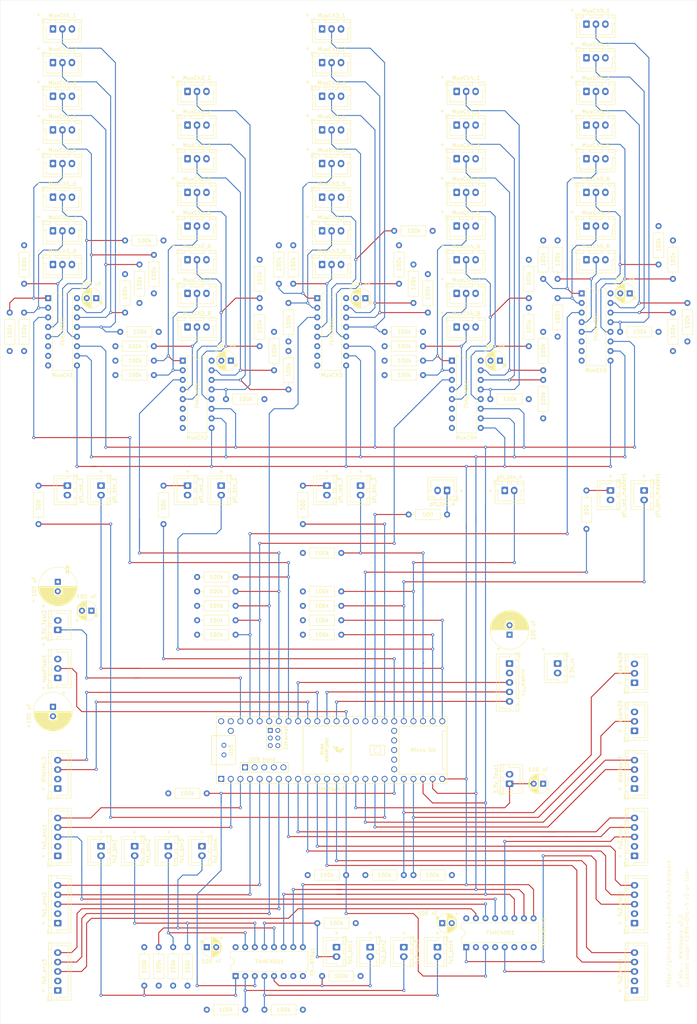
<source format=kicad_pcb>
(kicad_pcb (version 20211014) (generator pcbnew)
  (title_block (title "A³ Mix - Mainboard") (date "2021-08-04") (rev "v0.2") (company "A3 Audio UG (haftungsbeschränkt)") (comment 3 "https://github.com/a3-audio/a3-hardware") (comment 4 "Licensed under CERN-OHL-S v2 or later"))
  (layers (0 "F.Cu" signal) (1 "In1.Cu" power) (2 "In2.Cu" power) (31 "B.Cu" signal) (34 "B.Paste" user) (35 "F.Paste" user) (36 "B.SilkS" user "B.Silkscreen") (37 "F.SilkS" user "F.Silkscreen") (38 "B.Mask" user) (39 "F.Mask" user) (44 "Edge.Cuts" user))
  (net 0 "")
  (net 1 "Net-(FX-BTNs1-Pad1)")
  (net 2 "s2")
  (net 3 "Net-(FX-BTNs1-Pad2)")
  (net 4 "s1")
  (net 5 "mux_selBtn_fx")
  (net 6 "s0")
  (net 7 "Net-(FX-BTNs1-Pad4)")
  (net 8 "Net-(FX-BTNs1-Pad12)")
  (net 9 "Net-(FX-BTNs1-Pad5)")
  (net 10 "Net-(FX-BTNs1-Pad13)")
  (net 11 "GND")
  (net 12 "Net-(FX-BTNs1-Pad14)")
  (net 13 "Net-(FX-BTNs1-Pad15)")
  (net 14 "+3V3")
  (net 15 "Net-(fxEncBtns1-Pad4)")
  (net 16 "mux_encBtn_fx")
  (net 17 "Net-(fxEncBtns1-Pad2)")
  (net 18 "vu_clk")
  (net 19 "vu_cs")
  (net 20 "vu_din")
  (net 21 "display_sda2")
  (net 22 "display_scl2")
  (net 23 "display_scl1")
  (net 24 "display_sda1")
  (net 25 "neopixel")
  (net 26 "pfl_led_master")
  (net 27 "pfl_led_ch4")
  (net 28 "pfl_led_ch3")
  (net 29 "pfl_led_ch2")
  (net 30 "pfl_led_ch1")
  (net 31 "pfl_btn_master")
  (net 32 "pfl_btn_ch4")
  (net 33 "pfl_btn_ch3")
  (net 34 "pfl_btn_ch2")
  (net 35 "pfl_btn_ch1")
  (net 36 "rEnc0_DT")
  (net 37 "rEnc0_clk")
  (net 38 "rEnc1_DT")
  (net 39 "rEnc1_clk")
  (net 40 "rEnc2_clk")
  (net 41 "rEnc2_DT")
  (net 42 "rEnc3_DT")
  (net 43 "rEnc3_clk")
  (net 44 "rEnc4_clk")
  (net 45 "rEnc4_DT")
  (net 46 "rEnc5_DT")
  (net 47 "rEnc5_clk")
  (net 48 "pin28")
  (net 49 "pin29")
  (net 50 "mux_ch1")
  (net 51 "mux_ch2")
  (net 52 "mux_ch3")
  (net 53 "mux_ch4")
  (net 54 "mux_master")
  (net 55 "Net-(U5-Pad49)")
  (net 56 "Net-(U5-Pad59)")
  (net 57 "Net-(U5-Pad58)")
  (net 58 "Net-(U5-Pad57)")
  (net 59 "Net-(U5-Pad56)")
  (net 60 "Net-(U5-Pad55)")
  (net 61 "Net-(U5-Pad48)")
  (net 62 "Net-(U5-Pad60)")
  (net 63 "Net-(U5-Pad65)")
  (net 64 "Net-(U5-Pad61)")
  (net 65 "Net-(U5-Pad64)")
  (net 66 "Net-(U5-Pad63)")
  (net 67 "Net-(U5-Pad62)")
  (net 68 "Net-(U5-Pad50)")
  (net 69 "Net-(U5-Pad51)")
  (net 70 "Net-(U5-Pad52)")
  (net 71 "Net-(U5-Pad53)")
  (net 72 "Net-(U5-Pad54)")
  (net 73 "Net-(U5-Pad67)")
  (net 74 "Net-(U5-Pad66)")
  (net 75 "Net-(fx1_enc1-Pad3)")
  (net 76 "Net-(fx1_enc2-Pad3)")
  (net 77 "Net-(fx1_enc3-Pad3)")
  (net 78 "Net-(fx2_enc1-Pad3)")
  (net 79 "Net-(fx2_enc2-Pad3)")
  (net 80 "Net-(fx2_enc3-Pad3)")
  (net 81 "Net-(MuxCh1-Pad1)")
  (net 82 "Net-(MuxCh1-Pad2)")
  (net 83 "Net-(MuxCh1-Pad4)")
  (net 84 "Net-(MuxCh1-Pad12)")
  (net 85 "Net-(MuxCh1-Pad5)")
  (net 86 "Net-(MuxCh1-Pad13)")
  (net 87 "Net-(MuxCh1-Pad14)")
  (net 88 "Net-(MuxCh1-Pad15)")
  (net 89 "Net-(MuxCh1_11-Pad2)")
  (net 90 "Net-(MuxCh1_10-Pad2)")
  (net 91 "Net-(MuxCh1_9-Pad2)")
  (net 92 "Net-(MuxCh1_14-Pad2)")
  (net 93 "Net-(MuxCh1_12-Pad2)")
  (net 94 "Net-(MuxCh1_16-Pad2)")
  (net 95 "Net-(MuxCh1_15-Pad2)")
  (net 96 "Net-(MuxCh1_13-Pad2)")
  (net 97 "Net-(MuxCh1_19-Pad2)")
  (net 98 "Net-(MuxCh1_18-Pad2)")
  (net 99 "Net-(MuxCh1_17-Pad2)")
  (net 100 "Net-(MuxCh1_22-Pad2)")
  (net 101 "Net-(MuxCh1_20-Pad2)")
  (net 102 "Net-(MuxCh1_24-Pad2)")
  (net 103 "Net-(MuxCh1_23-Pad2)")
  (net 104 "Net-(MuxCh1_21-Pad2)")
  (net 105 "Net-(MuxCh1_29-Pad2)")
  (net 106 "Net-(MuxCh1_31-Pad2)")
  (net 107 "Net-(MuxCh1_32-Pad2)")
  (net 108 "Net-(MuxCh1_28-Pad2)")
  (net 109 "Net-(MuxCh1_30-Pad2)")
  (net 110 "Net-(MuxCh1_25-Pad2)")
  (net 111 "Net-(MuxCh1_26-Pad2)")
  (net 112 "Net-(MuxCh1_27-Pad2)")
  (net 113 "Net-(MuxCh1_37-Pad2)")
  (net 114 "Net-(MuxCh1_39-Pad2)")
  (net 115 "Net-(MuxCh1_40-Pad2)")
  (net 116 "Net-(MuxCh1_36-Pad2)")
  (net 117 "Net-(MuxCh1_38-Pad2)")
  (net 118 "Net-(MuxCh1_33-Pad2)")
  (net 119 "Net-(MuxCh1_34-Pad2)")
  (net 120 "Net-(MuxCh1_35-Pad2)")
  (net 121 "Net-(R18-Pad1)")
  (net 122 "Net-(R30-Pad2)")
  (net 123 "Net-(R31-Pad2)")
  (net 124 "Net-(R32-Pad2)")
  (net 125 "Net-(R33-Pad2)")
  (net 126 "Net-(3.3V_Test1-Pad1)")
  (net 127 "Net-(3.3V_Test2-Pad1)")
  (footprint "Connector_JST:JST_XH_B4B-XH-A_1x04_P2.50mm_Vertical" (layer "F.Cu") (at 27.94 220.98 90)
    (fp_text reference "display_1")
    (fp_text value "Conn_01x04" hide)
  )
  (footprint "Connector_JST:JST_XH_B4B-XH-A_1x04_P2.50mm_Vertical" (layer "F.Cu") (at 180.34 220.98 90)
    (fp_text reference "display_2")
    (fp_text value "Conn_01x04" hide)
  )
  (footprint "Package_DIP:DIP-16_W7.62mm" (layer "F.Cu") (at 74.93 270.51 90)
    (fp_text reference "FX-BTNs1")
    (fp_text value "74HC4051")
  )
  (footprint "Connector_JST:JST_XH_B2B-XH-A_1x02_P2.50mm_Vertical" (layer "F.Cu") (at 101.6 262.89 -90)
    (fp_text reference "fx1_btn1")
    (fp_text value "Conn_01x02" hide)
  )
  (footprint "Connector_JST:JST_XH_B2B-XH-A_1x02_P2.50mm_Vertical" (layer "F.Cu") (at 48.26 236.22 -90)
    (fp_text reference "fx1_btn2")
    (fp_text value "Conn_01x02" hide)
  )
  (footprint "Connector_JST:JST_XH_B2B-XH-A_1x02_P2.50mm_Vertical" (layer "F.Cu") (at 57.15 236.22 -90)
    (fp_text reference "fx1_btn3")
    (fp_text value "Conn_01x02" hide)
  )
  (footprint "Connector_JST:JST_XH_B2B-XH-A_1x02_P2.50mm_Vertical" (layer "F.Cu") (at 66.04 236.22 -90)
    (fp_text reference "fx1_btn4")
    (fp_text value "Conn_01x02" hide)
  )
  (footprint "Connector_JST:JST_XH_B5B-XH-A_1x05_P2.50mm_Vertical" (layer "F.Cu") (at 27.94 238.76 90)
    (fp_text reference "fx1_enc1")
    (fp_text value "Conn_01x05" hide)
  )
  (footprint "Connector_JST:JST_XH_B5B-XH-A_1x05_P2.50mm_Vertical" (layer "F.Cu") (at 27.94 256.54 90)
    (fp_text reference "fx1_enc2")
    (fp_text value "Conn_01x05" hide)
  )
  (footprint "Connector_JST:JST_XH_B5B-XH-A_1x05_P2.50mm_Vertical" (layer "F.Cu") (at 27.94 274.32 90)
    (fp_text reference "fx1_enc3")
    (fp_text value "Conn_01x05" hide)
  )
  (footprint "Connector_JST:JST_XH_B2B-XH-A_1x02_P2.50mm_Vertical" (layer "F.Cu") (at 39.37 236.22 -90)
    (fp_text reference "fx2_btn1")
    (fp_text value "Conn_01x02" hide)
  )
  (footprint "Connector_JST:JST_XH_B2B-XH-A_1x02_P2.50mm_Vertical" (layer "F.Cu") (at 110.49 262.89 -90)
    (fp_text reference "fx2_btn2")
    (fp_text value "Conn_01x02" hide)
  )
  (footprint "Connector_JST:JST_XH_B2B-XH-A_1x02_P2.50mm_Vertical" (layer "F.Cu") (at 119.38 262.89 -90)
    (fp_text reference "fx2_btn3")
    (fp_text value "Conn_01x02" hide)
  )
  (footprint "Connector_JST:JST_XH_B2B-XH-A_1x02_P2.50mm_Vertical" (layer "F.Cu") (at 128.27 262.89 -90)
    (fp_text reference "fx2_btn4")
    (fp_text value "Conn_01x02" hide)
  )
  (footprint "Connector_JST:JST_XH_B5B-XH-A_1x05_P2.50mm_Vertical" (layer "F.Cu") (at 180.34 238.76 90)
    (fp_text reference "fx2_enc1")
    (fp_text value "Conn_01x05" hide)
  )
  (footprint "Connector_JST:JST_XH_B5B-XH-A_1x05_P2.50mm_Vertical" (layer "F.Cu") (at 180.34 256.54 90)
    (fp_text reference "fx2_enc2")
    (fp_text value "Conn_01x05" hide)
  )
  (footprint "Connector_JST:JST_XH_B5B-XH-A_1x05_P2.50mm_Vertical" (layer "F.Cu") (at 180.34 274.32 90)
    (fp_text reference "fx2_enc3")
    (fp_text value "Conn_01x05" hide)
  )
  (footprint "Package_DIP:DIP-16_W7.62mm" (layer "F.Cu") (at 135.89 262.89 90)
    (fp_text reference "fxEncBtns1")
    (fp_text value "74HC4051")
  )
  (footprint "Package_DIP:DIP-16_W7.62mm" (layer "F.Cu") (at 25.4 91.44)
    (fp_text reference "MuxCh1")
    (fp_text value "74HC4051")
  )
  (footprint "Connector_JST:JST_XH_B3B-XH-A_1x03_P2.50mm_Vertical" (layer "F.Cu") (at 26.67 20.32)
    (fp_text reference "MuxCh1_1")
    (fp_text value "Conn_01x03" hide)
  )
  (footprint "Connector_JST:JST_XH_B3B-XH-A_1x03_P2.50mm_Vertical" (layer "F.Cu") (at 26.67 29.21)
    (fp_text reference "MuxCh1_2")
    (fp_text value "Conn_01x03" hide)
  )
  (footprint "Connector_JST:JST_XH_B3B-XH-A_1x03_P2.50mm_Vertical" (layer "F.Cu") (at 26.67 38.1)
    (fp_text reference "MuxCh1_3")
    (fp_text value "Conn_01x03" hide)
  )
  (footprint "Connector_JST:JST_XH_B3B-XH-A_1x03_P2.50mm_Vertical" (layer "F.Cu") (at 26.67 46.99)
    (fp_text reference "MuxCh1_4")
    (fp_text value "Conn_01x03" hide)
  )
  (footprint "Connector_JST:JST_XH_B3B-XH-A_1x03_P2.50mm_Vertical" (layer "F.Cu") (at 26.67 55.88)
    (fp_text reference "MuxCh1_5")
    (fp_text value "Conn_01x03" hide)
  )
  (footprint "Connector_JST:JST_XH_B3B-XH-A_1x03_P2.50mm_Vertical" (layer "F.Cu") (at 26.67 64.77)
    (fp_text reference "MuxCh1_6")
    (fp_text value "Conn_01x03" hide)
  )
  (footprint "Connector_JST:JST_XH_B3B-XH-A_1x03_P2.50mm_Vertical" (layer "F.Cu") (at 26.67 73.66)
    (fp_text reference "MuxCh1_7")
    (fp_text value "Conn_01x03" hide)
  )
  (footprint "Connector_JST:JST_XH_B3B-XH-A_1x03_P2.50mm_Vertical" (layer "F.Cu") (at 26.67 82.55)
    (fp_text reference "MuxCh1_8")
    (fp_text value "Conn_01x03" hide)
  )
  (footprint "Connector_JST:JST_XH_B3B-XH-A_1x03_P2.50mm_Vertical" (layer "F.Cu") (at 27.94 191.77 90)
    (fp_text reference "NeoPixel1")
    (fp_text value "Conn_01x03" hide)
  )
  (footprint "Connector_JST:JST_XH_B2B-XH-A_1x02_P2.50mm_Vertical" (layer "F.Cu") (at 39.37 140.97 -90)
    (fp_text reference "pfl_btn_1")
    (fp_text value "Conn_01x02" hide)
  )
  (footprint "Connector_JST:JST_XH_B2B-XH-A_1x02_P2.50mm_Vertical" (layer "F.Cu") (at 71.12 140.97 -90)
    (fp_text reference "pfl_btn_2")
    (fp_text value "Conn_01x02" hide)
  )
  (footprint "Connector_JST:JST_XH_B2B-XH-A_1x02_P2.50mm_Vertical" (layer "F.Cu") (at 107.95 140.97 -90)
    (fp_text reference "pfl_btn_3")
    (fp_text value "Conn_01x02" hide)
  )
  (footprint "Connector_JST:JST_XH_B2B-XH-A_1x02_P2.50mm_Vertical" (layer "F.Cu") (at 146.05 142.24)
    (fp_text reference "pfl_btn_4")
    (fp_text value "Conn_01x02" hide)
  )
  (footprint "Connector_JST:JST_XH_B2B-XH-A_1x02_P2.50mm_Vertical" (layer "F.Cu") (at 182.88 142.24 -90)
    (fp_text reference "pfl_btn_master1")
    (fp_text value "Conn_01x02" hide)
  )
  (footprint "Connector_JST:JST_XH_B2B-XH-A_1x02_P2.50mm_Vertical" (layer "F.Cu") (at 30.48 140.97 -90)
    (fp_text reference "pfl_led_1")
    (fp_text value "Conn_01x02" hide)
  )
  (footprint "Connector_JST:JST_XH_B2B-XH-A_1x02_P2.50mm_Vertical" (layer "F.Cu") (at 62.23 140.97 -90)
    (fp_text reference "pfl_led_2")
    (fp_text value "Conn_01x02" hide)
  )
  (footprint "Connector_JST:JST_XH_B2B-XH-A_1x02_P2.50mm_Vertical" (layer "F.Cu") (at 99.06 140.97 -90)
    (fp_text reference "pfl_led_3")
    (fp_text value "Conn_01x02" hide)
  )
  (footprint "Connector_JST:JST_XH_B2B-XH-A_1x02_P2.50mm_Vertical" (layer "F.Cu") (at 130.81 142.24 180)
    (fp_text reference "pfl_led_4")
    (fp_text value "Conn_01x02" hide)
  )
  (footprint "Connector_JST:JST_XH_B2B-XH-A_1x02_P2.50mm_Vertical" (layer "F.Cu") (at 173.99 142.24 -90)
    (fp_text reference "pfl_led_master1")
    (fp_text value "Conn_01x02" hide)
  )
  (footprint "Connector_JST:JST_XH_B3B-XH-A_1x03_P2.50mm_Vertical" (layer "F.Cu") (at 180.34 193.04 90)
    (fp_text reference "spare28")
    (fp_text value "Conn_01x03" hide)
  )
  (footprint "Connector_JST:JST_XH_B3B-XH-A_1x03_P2.50mm_Vertical" (layer "F.Cu") (at 180.34 205.74 90)
    (fp_text reference "spare29")
    (fp_text value "Conn_01x03" hide)
  )
  (footprint "teensy:Teensy41" (layer "F.Cu") (at 100.33 210.82)
    (fp_text reference "U5" hide)
    (fp_text value "Teensy4.1")
  )
  (footprint "Connector_JST:JST_XH_B5B-XH-A_1x05_P2.50mm_Vertical" (layer "F.Cu") (at 147.32 187.96 -90)
    (fp_text reference "vu_matrix")
    (fp_text value "MAX7219 led matrix vu" hide)
  )
  (footprint "Capacitor_THT:CP_Radial_D10.0mm_P2.50mm" (layer "F.Cu") (at 26.67 199.39 -90)
    (fp_text reference "C1" hide)
    (fp_text value "100 uF        ")
  )
  (footprint "Package_DIP:DIP-16_W7.62mm" (layer "F.Cu") (at 60.96 107.95)
    (fp_text reference "MuxCh2")
    (fp_text value "74HC4051")
  )
  (footprint "Package_DIP:DIP-16_W7.62mm" (layer "F.Cu") (at 96.52 91.44)
    (fp_text reference "MuxCh3")
    (fp_text value "74HC4051")
  )
  (footprint "Package_DIP:DIP-16_W7.62mm" (layer "F.Cu") (at 132.08 107.95)
    (fp_text reference "MuxCh4")
    (fp_text value "74HC4051")
  )
  (footprint "Package_DIP:DIP-16_W7.62mm" (layer "F.Cu") (at 166.37 90.17)
    (fp_text reference "MuxCh5")
    (fp_text value "74HC4051")
  )
  (footprint "Connector_JST:JST_XH_B3B-XH-A_1x03_P2.50mm_Vertical" (layer "F.Cu") (at 62.23 36.83)
    (fp_text reference "MuxCh2_1")
    (fp_text value "Conn_01x03" hide)
  )
  (footprint "Connector_JST:JST_XH_B3B-XH-A_1x03_P2.50mm_Vertical" (layer "F.Cu") (at 62.23 45.72)
    (fp_text reference "MuxCh2_2")
    (fp_text value "Conn_01x03" hide)
  )
  (footprint "Connector_JST:JST_XH_B3B-XH-A_1x03_P2.50mm_Vertical" (layer "F.Cu") (at 62.23 54.61)
    (fp_text reference "MuxCh2_3")
    (fp_text value "Conn_01x03" hide)
  )
  (footprint "Connector_JST:JST_XH_B3B-XH-A_1x03_P2.50mm_Vertical" (layer "F.Cu") (at 62.23 63.5)
    (fp_text reference "MuxCh2_4")
    (fp_text value "Conn_01x03" hide)
  )
  (footprint "Connector_JST:JST_XH_B3B-XH-A_1x03_P2.50mm_Vertical" (layer "F.Cu") (at 62.23 72.39)
    (fp_text reference "MuxCh2_5")
    (fp_text value "Conn_01x03" hide)
  )
  (footprint "Connector_JST:JST_XH_B3B-XH-A_1x03_P2.50mm_Vertical" (layer "F.Cu") (at 62.23 81.28)
    (fp_text reference "MuxCh2_6")
    (fp_text value "Conn_01x03" hide)
  )
  (footprint "Connector_JST:JST_XH_B3B-XH-A_1x03_P2.50mm_Vertical" (layer "F.Cu") (at 62.23 90.17)
    (fp_text reference "MuxCh2_7")
    (fp_text value "Conn_01x03" hide)
  )
  (footprint "Connector_JST:JST_XH_B3B-XH-A_1x03_P2.50mm_Vertical" (layer "F.Cu") (at 62.23 99.06)
    (fp_text reference "MuxCh2_8")
    (fp_text value "Conn_01x03" hide)
  )
  (footprint "Connector_JST:JST_XH_B3B-XH-A_1x03_P2.50mm_Vertical" (layer "F.Cu") (at 97.79 20.32)
    (fp_text reference "MuxCh3_1")
    (fp_text value "Conn_01x03" hide)
  )
  (footprint "Connector_JST:JST_XH_B3B-XH-A_1x03_P2.50mm_Vertical" (layer "F.Cu") (at 97.79 29.21)
    (fp_text reference "MuxCh3_2")
    (fp_text value "Conn_01x03" hide)
  )
  (footprint "Connector_JST:JST_XH_B3B-XH-A_1x03_P2.50mm_Vertical" (layer "F.Cu") (at 97.79 38.1)
    (fp_text reference "MuxCh3_3")
    (fp_text value "Conn_01x03" hide)
  )
  (footprint "Connector_JST:JST_XH_B3B-XH-A_1x03_P2.50mm_Vertical" (layer "F.Cu") (at 97.79 46.99)
    (fp_text reference "MuxCh3_4")
    (fp_text value "Conn_01x03" hide)
  )
  (footprint "Connector_JST:JST_XH_B3B-XH-A_1x03_P2.50mm_Vertical" (layer "F.Cu") (at 97.79 55.88)
    (fp_text reference "MuxCh3_5")
    (fp_text value "Conn_01x03" hide)
  )
  (footprint "Connector_JST:JST_XH_B3B-XH-A_1x03_P2.50mm_Vertical" (layer "F.Cu") (at 97.79 64.77)
    (fp_text reference "MuxCh3_6")
    (fp_text value "Conn_01x03" hide)
  )
  (footprint "Connector_JST:JST_XH_B3B-XH-A_1x03_P2.50mm_Vertical" (layer "F.Cu") (at 97.79 73.66)
    (fp_text reference "MuxCh3_7")
    (fp_text value "Conn_01x03" hide)
  )
  (footprint "Connector_JST:JST_XH_B3B-XH-A_1x03_P2.50mm_Vertical" (layer "F.Cu") (at 97.79 82.55)
    (fp_text reference "MuxCh3_8")
    (fp_text value "Conn_01x03" hide)
  )
  (footprint "Connector_JST:JST_XH_B3B-XH-A_1x03_P2.50mm_Vertical" (layer "F.Cu") (at 133.35 36.83)
    (fp_text reference "MuxCh4_1")
    (fp_text value "Conn_01x03" hide)
  )
  (footprint "Connector_JST:JST_XH_B3B-XH-A_1x03_P2.50mm_Vertical" (layer "F.Cu") (at 133.35 45.72)
    (fp_text reference "MuxCh4_2")
    (fp_text value "Conn_01x03" hide)
  )
  (footprint "Connector_JST:JST_XH_B3B-XH-A_1x03_P2.50mm_Vertical" (layer "F.Cu") (at 133.35 54.61)
    (fp_text reference "MuxCh4_3")
    (fp_text value "Conn_01x03" hide)
  )
  (footprint "Connector_JST:JST_XH_B3B-XH-A_1x03_P2.50mm_Vertical" (layer "F.Cu") (at 133.35 63.5)
    (fp_text reference "MuxCh4_4")
    (fp_text value "Conn_01x03" hide)
  )
  (footprint "Connector_JST:JST_XH_B3B-XH-A_1x03_P2.50mm_Vertical" (layer "F.Cu") (at 133.35 72.39)
    (fp_text reference "MuxCh4_5")
    (fp_text value "Conn_01x03" hide)
  )
  (footprint "Connector_JST:JST_XH_B3B-XH-A_1x03_P2.50mm_Vertical" (layer "F.Cu") (at 133.35 81.28)
    (fp_text reference "MuxCh4_6")
    (fp_text value "Conn_01x03" hide)
  )
  (footprint "Connector_JST:JST_XH_B3B-XH-A_1x03_P2.50mm_Vertical" (layer "F.Cu") (at 133.35 90.17)
    (fp_text reference "MuxCh4_7")
    (fp_text value "Conn_01x03" hide)
  )
  (footprint "Connector_JST:JST_XH_B3B-XH-A_1x03_P2.50mm_Vertical" (layer "F.Cu") (at 133.35 99.06)
    (fp_text reference "MuxCh4_8")
    (fp_text value "Conn_01x03" hide)
  )
  (footprint "Connector_JST:JST_XH_B3B-XH-A_1x03_P2.50mm_Vertical" (layer "F.Cu") (at 167.64 19.05)
    (fp_text reference "MuxCh5_1")
    (fp_text value "Conn_01x03" hide)
  )
  (footprint "Connector_JST:JST_XH_B3B-XH-A_1x03_P2.50mm_Vertical" (layer "F.Cu") (at 167.64 27.94)
    (fp_text reference "MuxCh5_2")
    (fp_text value "Conn_01x03" hide)
  )
  (footprint "Connector_JST:JST_XH_B3B-XH-A_1x03_P2.50mm_Vertical" (layer "F.Cu") (at 167.64 36.83)
    (fp_text reference "MuxCh5_3")
    (fp_text value "Conn_01x03" hide)
  )
  (footprint "Connector_JST:JST_XH_B3B-XH-A_1x03_P2.50mm_Vertical" (layer "F.Cu") (at 167.64 45.72)
    (fp_text reference "MuxCh5_4")
    (fp_text value "Conn_01x03" hide)
  )
  (footprint "Connector_JST:JST_XH_B3B-XH-A_1x03_P2.50mm_Vertical" (layer "F.Cu") (at 167.64 54.61)
    (fp_text reference "MuxCh5_5")
    (fp_text value "Conn_01x03" hide)
  )
  (footprint "Connector_JST:JST_XH_B3B-XH-A_1x03_P2.50mm_Vertical" (layer "F.Cu") (at 167.64 63.5)
    (fp_text reference "MuxCh5_6")
    (fp_text value "Conn_01x03" hide)
  )
  (footprint "Connector_JST:JST_XH_B3B-XH-A_1x03_P2.50mm_Vertical" (layer "F.Cu") (at 167.64 72.39)
    (fp_text reference "MuxCh5_7")
    (fp_text value "Conn_01x03" hide)
  )
  (footprint "Connector_JST:JST_XH_B3B-XH-A_1x03_P2.50mm_Vertical" (layer "F.Cu") (at 167.64 81.28)
    (fp_text reference "MuxCh5_8")
    (fp_text value "Conn_01x03" hide)
  )
  (footprint "Resistor_THT:R_Axial_DIN0207_L6.3mm_D2.5mm_P10.16mm_Horizontal" (layer "F.Cu") (at 96.52 256.54)
    (fp_text reference "R1" hide)
    (fp_text value "100k")
  )
  (footprint "Resistor_THT:R_Axial_DIN0207_L6.3mm_D2.5mm_P10.16mm_Horizontal" (layer "F.Cu") (at 62.23 262.89 -90)
    (fp_text reference "R2" hide)
    (fp_text value "100k")
  )
  (footprint "Resistor_THT:R_Axial_DIN0207_L6.3mm_D2.5mm_P10.16mm_Horizontal" (layer "F.Cu") (at 58.42 262.89 -90)
    (fp_text reference "R3" hide)
    (fp_text value "100k")
  )
  (footprint "Resistor_THT:R_Axial_DIN0207_L6.3mm_D2.5mm_P10.16mm_Horizontal" (layer "F.Cu") (at 54.61 262.89 -90)
    (fp_text reference "R4" hide)
    (fp_text value "100k")
  )
  (footprint "Resistor_THT:R_Axial_DIN0207_L6.3mm_D2.5mm_P10.16mm_Horizontal" (layer "F.Cu") (at 50.8 273.05 90)
    (fp_text reference "R5" hide)
    (fp_text value "100k")
  )
  (footprint "Resistor_THT:R_Axial_DIN0207_L6.3mm_D2.5mm_P10.16mm_Horizontal" (layer "F.Cu") (at 97.79 270.51)
    (fp_text reference "R6" hide)
    (fp_text value "100k")
  )
  (footprint "Resistor_THT:R_Axial_DIN0207_L6.3mm_D2.5mm_P10.16mm_Horizontal" (layer "F.Cu") (at 77.47 279.4 180)
    (fp_text reference "R7" hide)
    (fp_text value "100k")
  )
  (footprint "Resistor_THT:R_Axial_DIN0207_L6.3mm_D2.5mm_P10.16mm_Horizontal" (layer "F.Cu") (at 82.55 279.4)
    (fp_text reference "R8" hide)
    (fp_text value "100k")
  )
  (footprint "Resistor_THT:R_Axial_DIN0207_L6.3mm_D2.5mm_P10.16mm_Horizontal" (layer "F.Cu") (at 44.45 100.33)
    (fp_text reference "R9" hide)
    (fp_text value "100k   ")
  )
  (footprint "Resistor_THT:R_Axial_DIN0207_L6.3mm_D2.5mm_P10.16mm_Horizontal" (layer "F.Cu") (at 45.72 95.25 90)
    (fp_text reference "R10" hide)
    (fp_text value "100k   ")
  )
  (footprint "Resistor_THT:R_Axial_DIN0207_L6.3mm_D2.5mm_P10.16mm_Horizontal" (layer "F.Cu") (at 49.53 82.55 -90)
    (fp_text reference "R11" hide)
    (fp_text value "100k   ")
  )
  (footprint "Resistor_THT:R_Axial_DIN0207_L6.3mm_D2.5mm_P10.16mm_Horizontal" (layer "F.Cu") (at 53.34 80.01 -90)
    (fp_text reference "R12" hide)
    (fp_text value "100k   ")
  )
  (footprint "Resistor_THT:R_Axial_DIN0207_L6.3mm_D2.5mm_P10.16mm_Horizontal" (layer "F.Cu") (at 15.24 95.25 -90)
    (fp_text reference "R13" hide)
    (fp_text value "100k   ")
  )
  (footprint "Resistor_THT:R_Axial_DIN0207_L6.3mm_D2.5mm_P10.16mm_Horizontal" (layer "F.Cu") (at 45.72 76.2)
    (fp_text reference "R14" hide)
    (fp_text value "100k   ")
  )
  (footprint "Resistor_THT:R_Axial_DIN0207_L6.3mm_D2.5mm_P10.16mm_Horizontal" (layer "F.Cu") (at 19.05 95.25 -90)
    (fp_text reference "R15" hide)
    (fp_text value "100k   ")
  )
  (footprint "Resistor_THT:R_Axial_DIN0207_L6.3mm_D2.5mm_P10.16mm_Horizontal" (layer "F.Cu") (at 19.05 87.63 90)
    (fp_text reference "R16" hide)
    (fp_text value "100k   ")
  )
  (footprint "Resistor_THT:R_Axial_DIN0207_L6.3mm_D2.5mm_P10.16mm_Horizontal" (layer "F.Cu") (at 104.14 243.84 180)
    (fp_text reference "R17" hide)
    (fp_text value "100k")
  )
  (footprint "Resistor_THT:R_Axial_DIN0207_L6.3mm_D2.5mm_P10.16mm_Horizontal" (layer "F.Cu") (at 22.86 151.13 90)
    (fp_text reference "R18" hide)
    (fp_text value "500")
  )
  (footprint "Resistor_THT:R_Axial_DIN0207_L6.3mm_D2.5mm_P10.16mm_Horizontal" (layer "F.Cu") (at 67.31 222.25 180)
    (fp_text reference "R19" hide)
    (fp_text value "100k")
  )
  (footprint "Resistor_THT:R_Axial_DIN0207_L6.3mm_D2.5mm_P10.16mm_Horizontal" (layer "F.Cu") (at 119.38 243.84 180)
    (fp_text reference "R20" hide)
    (fp_text value "100k")
  )
  (footprint "Resistor_THT:R_Axial_DIN0207_L6.3mm_D2.5mm_P10.16mm_Horizontal" (layer "F.Cu") (at 121.92 243.84)
    (fp_text reference "R21" hide)
    (fp_text value "100k")
  )
  (footprint "Resistor_THT:R_Axial_DIN0207_L6.3mm_D2.5mm_P10.16mm_Horizontal" (layer "F.Cu") (at 72.39 118.11)
    (fp_text reference "R22" hide)
    (fp_text value "100k   ")
  )
  (footprint "Resistor_THT:R_Axial_DIN0207_L6.3mm_D2.5mm_P10.16mm_Horizontal" (layer "F.Cu") (at 88.9 115.57 90)
    (fp_text reference "R23" hide)
    (fp_text value "100k   ")
  )
  (footprint "Resistor_THT:R_Axial_DIN0207_L6.3mm_D2.5mm_P10.16mm_Horizontal" (layer "F.Cu") (at 85.09 110.49 90)
    (fp_text reference "R24" hide)
    (fp_text value "100k   ")
  )
  (footprint "Resistor_THT:R_Axial_DIN0207_L6.3mm_D2.5mm_P10.16mm_Horizontal" (layer "F.Cu") (at 81.28 104.14 90)
    (fp_text reference "R25" hide)
    (fp_text value "100k   ")
  )
  (footprint "Resistor_THT:R_Axial_DIN0207_L6.3mm_D2.5mm_P10.16mm_Horizontal" (layer "F.Cu") (at 53.34 107.95 180)
    (fp_text reference "R26" hide)
    (fp_text value "100k   ")
  )
  (footprint "Resistor_THT:R_Axial_DIN0207_L6.3mm_D2.5mm_P10.16mm_Horizontal" (layer "F.Cu") (at 81.28 91.44 90)
    (fp_text reference "R27" hide)
    (fp_text value "100k   ")
  )
  (footprint "Resistor_THT:R_Axial_DIN0207_L6.3mm_D2.5mm_P10.16mm_Horizontal" (layer "F.Cu") (at 53.34 111.76 180)
    (fp_text reference "R28" hide)
    (fp_text value "100k   ")
  )
  (footprint "Resistor_THT:R_Axial_DIN0207_L6.3mm_D2.5mm_P10.16mm_Horizontal" (layer "F.Cu") (at 53.34 104.14 180)
    (fp_text reference "R29" hide)
    (fp_text value "100k   ")
  )
  (footprint "Resistor_THT:R_Axial_DIN0207_L6.3mm_D2.5mm_P10.16mm_Horizontal" (layer "F.Cu") (at 167.64 142.24 -90)
    (fp_text reference "R30" hide)
    (fp_text value "500")
  )
  (footprint "Resistor_THT:R_Axial_DIN0207_L6.3mm_D2.5mm_P10.16mm_Horizontal" (layer "F.Cu") (at 130.81 148.59 180)
    (fp_text reference "R31" hide)
    (fp_text value "500")
  )
  (footprint "Resistor_THT:R_Axial_DIN0207_L6.3mm_D2.5mm_P10.16mm_Horizontal" (layer "F.Cu") (at 92.71 140.97 -90)
    (fp_text reference "R32" hide)
    (fp_text value "500")
  )
  (footprint "Resistor_THT:R_Axial_DIN0207_L6.3mm_D2.5mm_P10.16mm_Horizontal" (layer "F.Cu") (at 55.88 140.97 -90)
    (fp_text reference "R33" hide)
    (fp_text value "500")
  )
  (footprint "Resistor_THT:R_Axial_DIN0207_L6.3mm_D2.5mm_P10.16mm_Horizontal" (layer "F.Cu") (at 74.93 180.34 180)
    (fp_text reference "R34" hide)
    (fp_text value "100k")
  )
  (footprint "Resistor_THT:R_Axial_DIN0207_L6.3mm_D2.5mm_P10.16mm_Horizontal" (layer "F.Cu") (at 74.93 176.53 180)
    (fp_text reference "R35" hide)
    (fp_text value "100k")
  )
  (footprint "Resistor_THT:R_Axial_DIN0207_L6.3mm_D2.5mm_P10.16mm_Horizontal" (layer "F.Cu") (at 74.93 172.72 180)
    (fp_text reference "R36" hide)
    (fp_text value "100k")
  )
  (footprint "Resistor_THT:R_Axial_DIN0207_L6.3mm_D2.5mm_P10.16mm_Horizontal" (layer "F.Cu") (at 74.93 168.91 180)
    (fp_text reference "R37" hide)
    (fp_text value "100k")
  )
  (footprint "Resistor_THT:R_Axial_DIN0207_L6.3mm_D2.5mm_P10.16mm_Horizontal" (layer "F.Cu") (at 74.93 165.1 180)
    (fp_text reference "R38" hide)
    (fp_text value "100k")
  )
  (footprint "Resistor_THT:R_Axial_DIN0207_L6.3mm_D2.5mm_P10.16mm_Horizontal" (layer "F.Cu") (at 102.87 172.72 180)
    (fp_text reference "R39" hide)
    (fp_text value "100k")
  )
  (footprint "Resistor_THT:R_Axial_DIN0207_L6.3mm_D2.5mm_P10.16mm_Horizontal" (layer "F.Cu") (at 102.87 168.91 180)
    (fp_text reference "R40" hide)
    (fp_text value "100k")
  )
  (footprint "Resistor_THT:R_Axial_DIN0207_L6.3mm_D2.5mm_P10.16mm_Horizontal" (layer "F.Cu") (at 102.87 158.75 180)
    (fp_text reference "R41" hide)
    (fp_text value "100k")
  )
  (footprint "Resistor_THT:R_Axial_DIN0207_L6.3mm_D2.5mm_P10.16mm_Horizontal" (layer "F.Cu") (at 102.87 180.34 180)
    (fp_text reference "R42" hide)
    (fp_text value "100k")
  )
  (footprint "Resistor_THT:R_Axial_DIN0207_L6.3mm_D2.5mm_P10.16mm_Horizontal" (layer "F.Cu") (at 102.87 176.53 180)
    (fp_text reference "R43" hide)
    (fp_text value "100k")
  )
  (footprint "Resistor_THT:R_Axial_DIN0207_L6.3mm_D2.5mm_P10.16mm_Horizontal" (layer "F.Cu") (at 114.3 100.33)
    (fp_text reference "R44" hide)
    (fp_text value "100k   ")
  )
  (footprint "Resistor_THT:R_Axial_DIN0207_L6.3mm_D2.5mm_P10.16mm_Horizontal" (layer "F.Cu") (at 125.73 95.25 90)
    (fp_text reference "R45" hide)
    (fp_text value "100k   ")
  )
  (footprint "Resistor_THT:R_Axial_DIN0207_L6.3mm_D2.5mm_P10.16mm_Horizontal" (layer "F.Cu") (at 121.92 92.71 90)
    (fp_text reference "R46" hide)
    (fp_text value "100k   ")
  )
  (footprint "Resistor_THT:R_Axial_DIN0207_L6.3mm_D2.5mm_P10.16mm_Horizontal" (layer "F.Cu") (at 118.11 87.63 90)
    (fp_text reference "R47" hide)
    (fp_text value "100k   ")
  )
  (footprint "Resistor_THT:R_Axial_DIN0207_L6.3mm_D2.5mm_P10.16mm_Horizontal" (layer "F.Cu") (at 86.36 87.63 90)
    (fp_text reference "R48" hide)
    (fp_text value "100k   ")
  )
  (footprint "Resistor_THT:R_Axial_DIN0207_L6.3mm_D2.5mm_P10.16mm_Horizontal" (layer "F.Cu") (at 116.84 73.66)
    (fp_text reference "R49" hide)
    (fp_text value "100k   ")
  )
  (footprint "Resistor_THT:R_Axial_DIN0207_L6.3mm_D2.5mm_P10.16mm_Horizontal" (layer "F.Cu") (at 88.9 92.71 -90)
    (fp_text reference "R50" hide)
    (fp_text value "100k   ")
  )
  (footprint "Resistor_THT:R_Axial_DIN0207_L6.3mm_D2.5mm_P10.16mm_Horizontal" (layer "F.Cu") (at 90.17 87.63 90)
    (fp_text reference "R51" hide)
    (fp_text value "100k   ")
  )
  (footprint "Resistor_THT:R_Axial_DIN0207_L6.3mm_D2.5mm_P10.16mm_Horizontal" (layer "F.Cu") (at 142.24 118.11)
    (fp_text reference "R52" hide)
    (fp_text value "100k   ")
  )
  (footprint "Resistor_THT:R_Axial_DIN0207_L6.3mm_D2.5mm_P10.16mm_Horizontal" (layer "F.Cu") (at 156.21 113.03 -90)
    (fp_text reference "R53" hide)
    (fp_text value "100k   ")
  )
  (footprint "Resistor_THT:R_Axial_DIN0207_L6.3mm_D2.5mm_P10.16mm_Horizontal" (layer "F.Cu") (at 156.21 110.49 90)
    (fp_text reference "R54" hide)
    (fp_text value "100k   ")
  )
  (footprint "Resistor_THT:R_Axial_DIN0207_L6.3mm_D2.5mm_P10.16mm_Horizontal" (layer "F.Cu") (at 152.4 104.14 90)
    (fp_text reference "R55" hide)
    (fp_text value "100k   ")
  )
  (footprint "Resistor_THT:R_Axial_DIN0207_L6.3mm_D2.5mm_P10.16mm_Horizontal" (layer "F.Cu") (at 124.46 107.95 180)
    (fp_text reference "R56" hide)
    (fp_text value "100k   ")
  )
  (footprint "Resistor_THT:R_Axial_DIN0207_L6.3mm_D2.5mm_P10.16mm_Horizontal" (layer "F.Cu") (at 152.4 91.44 90)
    (fp_text reference "R57" hide)
    (fp_text value "100k   ")
  )
  (footprint "Resistor_THT:R_Axial_DIN0207_L6.3mm_D2.5mm_P10.16mm_Horizontal" (layer "F.Cu") (at 124.46 111.76 180)
    (fp_text reference "R58" hide)
    (fp_text value "100k   ")
  )
  (footprint "Resistor_THT:R_Axial_DIN0207_L6.3mm_D2.5mm_P10.16mm_Horizontal" (layer "F.Cu") (at 124.46 104.14 180)
    (fp_text reference "R59" hide)
    (fp_text value "100k   ")
  )
  (footprint "Resistor_THT:R_Axial_DIN0207_L6.3mm_D2.5mm_P10.16mm_Horizontal" (layer "F.Cu") (at 176.53 100.33)
    (fp_text reference "R60" hide)
    (fp_text value "100k   ")
  )
  (footprint "Resistor_THT:R_Axial_DIN0207_L6.3mm_D2.5mm_P10.16mm_Horizontal" (layer "F.Cu") (at 190.5 95.25 -90)
    (fp_text reference "R61" hide)
    (fp_text value "100k   ")
  )
  (footprint "Resistor_THT:R_Axial_DIN0207_L6.3mm_D2.5mm_P10.16mm_Horizontal" (layer "F.Cu") (at 194.31 92.71 -90)
    (fp_text reference "R62" hide)
    (fp_text value "100k   ")
  )
  (footprint "Resistor_THT:R_Axial_DIN0207_L6.3mm_D2.5mm_P10.16mm_Horizontal" (layer "F.Cu") (at 190.5 86.36 90)
    (fp_text reference "R63" hide)
    (fp_text value "100k   ")
  )
  (footprint "Resistor_THT:R_Axial_DIN0207_L6.3mm_D2.5mm_P10.16mm_Horizontal" (layer "F.Cu") (at 156.21 86.36 90)
    (fp_text reference "R64" hide)
    (fp_text value "100k   ")
  )
  (footprint "Resistor_THT:R_Axial_DIN0207_L6.3mm_D2.5mm_P10.16mm_Horizontal" (layer "F.Cu") (at 186.69 82.55 90)
    (fp_text reference "R65" hide)
    (fp_text value "100k   ")
  )
  (footprint "Resistor_THT:R_Axial_DIN0207_L6.3mm_D2.5mm_P10.16mm_Horizontal" (layer "F.Cu") (at 160.02 91.44 -90)
    (fp_text reference "R66" hide)
    (fp_text value "100k   ")
  )
  (footprint "Resistor_THT:R_Axial_DIN0207_L6.3mm_D2.5mm_P10.16mm_Horizontal" (layer "F.Cu") (at 160.02 86.36 90)
    (fp_text reference "R67" hide)
    (fp_text value "100k   ")
  )
  (footprint "Capacitor_THT:CP_Radial_D10.0mm_P2.50mm" (layer "F.Cu") (at 147.32 180.34 90)
    (fp_text reference "C2" hide)
    (fp_text value "100 uF")
  )
  (footprint "Capacitor_THT:CP_Radial_D5.0mm_P2.50mm" (layer "F.Cu") (at 156.21 219.71 180)
    (fp_text reference "C3" hide)
    (fp_text value "100 nF")
  )
  (footprint "Capacitor_THT:CP_Radial_D5.0mm_P2.50mm" (layer "F.Cu") (at 38.1 91.44 180)
    (fp_text reference "C4" hide)
    (fp_text value "100 nF")
  )
  (footprint "Capacitor_THT:CP_Radial_D5.0mm_P2.50mm" (layer "F.Cu") (at 36.83 173.99 180)
    (fp_text reference "C5" hide)
    (fp_text value "100 nF")
  )
  (footprint "Capacitor_THT:CP_Radial_D5.0mm_P2.50mm" (layer "F.Cu") (at 73.66 107.95 180)
    (fp_text reference "C6" hide)
    (fp_text value "100 nF")
  )
  (footprint "Capacitor_THT:CP_Radial_D10.0mm_P2.50mm" (layer "F.Cu") (at 27.94 166.37 -90)
    (fp_text reference "C7" hide)
    (fp_text value "100 uF")
  )
  (footprint "Capacitor_THT:CP_Radial_D5.0mm_P2.50mm" (layer "F.Cu") (at 109.22 91.44 180)
    (fp_text reference "C8" hide)
    (fp_text value "100 nF")
  )
  (footprint "Capacitor_THT:CP_Radial_D5.0mm_P2.50mm" (layer "F.Cu") (at 144.78 107.95 180)
    (fp_text reference "C9" hide)
    (fp_text value "100 nF")
  )
  (footprint "Capacitor_THT:CP_Radial_D5.0mm_P2.50mm" (layer "F.Cu") (at 179.07 90.17 180)
    (fp_text reference "C10" hide)
    (fp_text value "100 nF")
  )
  (footprint "Connector_JST:JST_XH_B2B-XH-AM_1x02_P2.50mm_Vertical" (layer "F.Cu") (at 147.32 219.71 90)
    (fp_text reference "3.3V_Test1")
    (fp_text value "Conn_01x02" hide)
  )
  (footprint "Connector_JST:JST_XH_B2B-XH-AM_1x02_P2.50mm_Vertical" (layer "F.Cu") (at 27.94 179.07 90)
    (fp_text reference "3.3V_Test2")
    (fp_text value "Conn_01x02" hide)
  )
  (footprint "Connector_JST:JST_XH_B2B-XH-AM_1x02_P2.50mm_Vertical" (layer "F.Cu") (at 160.02 187.96 -90)
    (fp_text reference "3.3V_In")
    (fp_text value "Conn_01x02" hide)
  )
  (footprint "MountingHole:MountingHole_2.5mm" (layer "F.Cu") (at 16.51 16.51)
    (fp_text reference "REF**" hide)
    (fp_text value "MountingHole_2.5mm" hide)
  )
  (footprint "MountingHole:MountingHole_2.5mm" (layer "F.Cu") (at 154.94 68.58)
    (fp_text reference "REF**" hide)
    (fp_text value "MountingHole_2.5mm" hide)
  )
  (footprint "Capacitor_THT:CP_Radial_D5.0mm_P2.50mm" (layer "F.Cu") (at 67.31 262.89)
    (fp_text reference "C11" hide)
    (fp_text value "100 nF")
  )
  (footprint "Capacitor_THT:CP_Radial_D5.0mm_P2.50mm" (layer "F.Cu") (at 129.54 256.54)
    (fp_text reference "C12" hide)
    (fp_text value "100 nF")
  )
  (footprint "MountingHole:MountingHole_2.5mm" (layer "F.Cu") (at 49.53 68.58)
    (fp_text reference "REF**" hide)
    (fp_text value "MountingHole_2.5mm" hide)
  )
  (footprint "MountingHole:MountingHole_2.5mm" (layer "F.Cu") (at 193.04 16.51)
    (fp_text reference "REF**" hide)
    (fp_text value "MountingHole_2.5mm" hide)
  )
  (footprint "MountingHole:MountingHole_2.5mm" (layer "F.Cu") (at 64.77 16.51)
    (fp_text reference "REF**" hide)
    (fp_text value "MountingHole_2.5mm" hide)
  )
  (footprint "MountingHole:MountingHole_2.5mm" (layer "F.Cu") (at 90.17 240.03)
    (fp_text reference "REF**" hide)
    (fp_text value "MountingHole_2.5mm" hide)
  )
  (footprint "MountingHole:MountingHole_2.5mm" (layer "F.Cu") (at 16.51 118.11)
    (fp_text reference "REF**" hide)
    (fp_text value "MountingHole_2.5mm" hide)
  )
  (footprint "MountingHole:MountingHole_2.5mm" (layer "F.Cu") (at 193.04 279.4)
    (fp_text reference "REF**" hide)
    (fp_text value "MountingHole_2.5mm" hide)
  )
  (footprint "MountingHole:MountingHole_2.5mm" (layer "F.Cu") (at 60.96 205.74)
    (fp_text reference "REF**" hide)
    (fp_text value "MountingHole_2.5mm" hide)
  )
  (footprint "MountingHole:MountingHole_2.5mm" (layer "F.Cu") (at 148.59 279.4)
    (fp_text reference "REF**" hide)
    (fp_text value "MountingHole_2.5mm" hide)
  )
  (footprint "MountingHole:MountingHole_2.5mm" (layer "F.Cu") (at 135.89 16.51)
    (fp_text reference "REF**" hide)
    (fp_text value "MountingHole_2.5mm" hide)
  )
  (footprint "MountingHole:MountingHole_2.5mm" (layer "F.Cu") (at 191.77 218.44)
    (fp_text reference "REF**" hide)
    (fp_text value "MountingHole_2.5mm" hide)
  )
  (footprint "MountingHole:MountingHole_2.5mm" (layer "F.Cu") (at 83.82 68.58)
    (fp_text reference "REF**" hide)
    (fp_text value "MountingHole_2.5mm" hide)
  )
  (footprint "MountingHole:MountingHole_2.5mm" (layer "F.Cu") (at 58.42 279.4)
    (fp_text reference "REF**" hide)
    (fp_text value "MountingHole_2.5mm" hide)
  )
  (footprint "MountingHole:MountingHole_2.5mm" (layer "F.Cu") (at 193.04 118.11)
    (fp_text reference "REF**" hide)
    (fp_text value "MountingHole_2.5mm" hide)
  )
  (footprint "MountingHole:MountingHole_2.5mm" (layer "F.Cu") (at 16.51 166.37)
    (fp_text reference "REF**" hide)
    (fp_text value "MountingHole_2.5mm" hide)
  )
  (footprint "MountingHole:MountingHole_2.5mm" (layer "F.Cu") (at 120.65 68.58)
    (fp_text reference "REF**" hide)
    (fp_text value "MountingHole_2.5mm" hide)
  )
  (footprint "MountingHole:MountingHole_2.5mm" (layer "F.Cu") (at 16.51 218.44)
    (fp_text reference "REF**" hide)
    (fp_text value "MountingHole_2.5mm" hide)
  )
  (footprint "MountingHole:MountingHole_2.5mm" (layer "F.Cu") (at 146.05 205.74)
    (fp_text reference "REF**" hide)
    (fp_text value "MountingHole_2.5mm" hide)
  )
  (footprint "MountingHole:MountingHole_2.5mm" (layer "F.Cu") (at 193.04 166.37)
    (fp_text reference "REF**" hide)
    (fp_text value "MountingHole_2.5mm" hide)
  )
  (footprint "MountingHole:MountingHole_2.5mm" (layer "F.Cu") (at 102.87 279.4)
    (fp_text reference "REF**" hide)
    (fp_text value "MountingHole_2.5mm" hide)
  )
  (footprint "MountingHole:MountingHole_2.5mm" (layer "F.Cu") (at 193.04 68.58)
    (fp_text reference "REF**" hide)
    (fp_text value "MountingHole_2.5mm" hide)
  )
  (footprint "MountingHole:MountingHole_2.5mm" (layer "F.Cu") (at 16.51 68.58)
    (fp_text reference "REF**" hide)
    (fp_text value "MountingHole_2.5mm" hide)
  )
  (footprint "MountingHole:MountingHole_2.5mm" (layer "F.Cu") (at 97.79 118.11)
    (fp_text reference "REF**" hide)
    (fp_text value "MountingHole_2.5mm" hide)
  )
  (footprint "MountingHole:MountingHole_2.5mm" (layer "F.Cu") (at 16.51 279.4)
    (fp_text reference "REF**" hide)
    (fp_text value "MountingHole_2.5mm" hide)
  )
  (gr_line (start 12.7 283.21) (end 12.7 12.7) (layer "Edge.Cuts") (width 0.05))
  (gr_line (start 196.85 12.7) (end 196.85 283.21) (layer "Edge.Cuts") (width 0.05))
  (gr_line (start 13.97 283.21) (end 12.7 283.21) (layer "Edge.Cuts") (width 0.05))
  (gr_line (start 12.7 12.7) (end 196.85 12.7) (layer "Edge.Cuts") (width 0.05))
  (gr_line (start 196.85 283.21) (end 13.97 283.21) (layer "Edge.Cuts") (width 0.05))
  (gr_text "+" (at 34.29 88.9) (layer "F.SilkS") (effects (font (size 1 1))))
  (gr_text "+" (at 163.83 33.02) (layer "F.SilkS") (effects (font (size 1 1))))
  (gr_text "+" (at 163.83 59.69) (layer "F.SilkS") (effects (font (size 1 1))))
  (gr_text "+" (at 163.83 15.24) (layer "F.SilkS") (effects (font (size 1 1))))
  (gr_text "+" (at 163.83 68.58) (layer "F.SilkS") (effects (font (size 1 1))))
  (gr_text "+" (at 163.83 24.13) (layer "F.SilkS") (effects (font (size 1 1))))
  (gr_text "+" (at 163.83 77.47) (layer "F.SilkS") (effects (font (size 1 1))))
  (gr_text "+" (at 163.83 41.91) (layer "F.SilkS") (effects (font (size 1 1))))
  (gr_text "+" (at 163.83 50.8) (layer "F.SilkS") (effects (font (size 1 1))))
  (gr_text "+" (at 156.21 184.15) (layer "F.SilkS") (effects (font (size 1 1))))
  (gr_text "M" (at 128.27 255.27) (layer "F.SilkS") (effects (font (size 1 1))))
  (gr_text "+" (at 133.35 254) (layer "F.SilkS") (effects (font (size 1 1))))
  (gr_text "+" (at 128.27 259.08) (layer "F.SilkS") (effects (font (size 1 1))))
  (gr_text "+" (at 62.23 137.16) (layer "F.SilkS") (effects (font (size 1 1))))
  (gr_text "+" (at 110.49 259.08) (layer "F.SilkS") (effects (font (size 1 1))))
  (gr_text "+" (at 24.13 256.54) (layer "F.SilkS") (effects (font (size 1 1))))
  (gr_text "+" (at 93.98 69.85) (layer "F.SilkS") (effects (font (size 1 1))))
  (gr_text "+" (at 93.98 78.74) (layer "F.SilkS") (effects (font (size 1 1))))
  (gr_text "+" (at 58.42 95.25) (layer "F.SilkS") (effects (font (size 1 1))))
  (gr_text "+" (at 22.86 25.4) (layer "F.SilkS") (effects (font (size 1 1))))
  (gr_text "+" (at 33.02 176.53) (layer "F.SilkS") (effects (font (size 1 1))))
  (gr_text "M" (at 38.1 175.26) (layer "F.SilkS") (effects (font (size 1 1))))
  (gr_text "+" (at 39.37 232.41) (layer "F.SilkS") (effects (font (size 1 1))))
  (gr_text "+" (at 66.04 232.41) (layer "F.SilkS") (effects (font (size 1 1))))
  (gr_text "+" (at 93.98 34.29) (layer "F.SilkS") (effects (font (size 1 1))))
  (gr_text "+" (at 22.86 60.96) (layer "F.SilkS") (effects (font (size 1 1))))
  (gr_text "+" (at 99.06 137.16) (layer "F.SilkS") (effects (font (size 1 1))))
  (gr_text "+" (at 175.26 87.63) (layer "F.SilkS") (effects (font (size 1 1))))
  (gr_text "+" (at 93.98 52.07) (layer "F.SilkS") (effects (font (size 1 1))))
  (gr_text "+" (at 129.54 86.36) (layer "F.SilkS") (effects (font (size 1 1))))
  (gr_text "+" (at 58.42 59.69) (layer "F.SilkS") (effects (font (size 1 1))))
  (gr_text "+" (at 176.53 220.98) (layer "F.SilkS") (effects (font (size 1 1))))
  (gr_text "+" (at 129.54 68.58) (layer "F.SilkS") (effects (font (size 1 1))))
  (gr_text "+" (at 129.54 50.8) (layer "F.SilkS") (effects (font (size 1 1))))
  (gr_text "+" (at 58.42 86.36) (layer "F.SilkS") (effects (font (size 1 1))))
  (gr_text "+" (at 24.13 172.72) (layer "F.SilkS") (effects (font (size 1 1))))
  (gr_text "+" (at 176.53 274.32) (layer "F.SilkS") (effects (font (size 1 1))))
  (gr_text "+" (at 93.98 16.51) (layer "F.SilkS") (effects (font (size 1 1))))
  (gr_text "+" (at 71.12 260.35) (layer "F.SilkS") (effects (font (size 1 1))))
  (gr_text "M" (at 110.49 92.71) (layer "F.SilkS") (effects (font (size 1 1))))
  (gr_text "+" (at 22.86 43.18) (layer "F.SilkS") (effects (font (size 1 1))))
  (gr_text "M" (at 180.34 91.44) (layer "F.SilkS") (effects (font (size 1 1))))
  (gr_text "+" (at 93.98 43.18) (layer "F.SilkS") (effects (font (size 1 1))))
  (gr_text "+" (at 58.42 77.47) (layer "F.SilkS") (effects (font (size 1 1))))
  (gr_text "+" (at 101.6 259.08) (layer "F.SilkS") (effects (font (size 1 1))))
  (gr_text "+" (at 105.41 88.9) (layer "F.SilkS") (effects (font (size 1 1))))
  (gr_text "+" (at 129.54 95.25) (layer "F.SilkS") (effects (font (size 1 1))))
  (gr_text "+" (at 129.54 41.91) (layer "F.SilkS") (effects (font (size 1 1))))
  (gr_text "+" (at 30.48 137.16) (layer "F.SilkS") (effects (font (size 1 1))))
  (gr_text "+" (at 176.53 238.76) (layer "F.SilkS") (effects (font (size 1 1))))
  (gr_text "M" (at 39.37 92.71) (layer "F.SilkS") (effects (font (size 1 1))))
  (gr_text "+" (at 20.32 204.47) (layer "F.SilkS") (effects (font (size 1 1))))
  (gr_text "+" (at 107.95 137.16) (layer "F.SilkS") (effects (font (size 1 1))))
  (gr_text "M" (at 146.05 109.22) (layer "F.SilkS") (effects (font (size 1 1))))
  (gr_text "+" (at 22.86 69.85) (layer "F.SilkS") (effects (font (size 1 1))))
  (gr_text "+" (at 93.98 60.96) (layer "F.SilkS") (effects (font (size 1 1))))
  (gr_text "+" (at 24.13 238.76) (layer "F.SilkS") (effects (font (size 1 1))))
  (gr_text "+" (at 182.88 138.43) (layer "F.SilkS") (effects (font (size 1 1))))
  (gr_text "+" (at 22.86 34.29) (layer "F.SilkS") (effects (font (size 1 1))))
  (gr_text "+" (at 140.97 105.41) (layer "F.SilkS") (effects (font (size 1 1))))
  (gr_text "+" (at 176.53 205.74) (layer "F.SilkS") (effects (font (size 1 1))))
  (gr_text "+" (at 176.53 193.04) (layer "F.SilkS") (effects (font (size 1 1))))
  (gr_text "+" (at 58.42 68.58) (layer "F.SilkS") (effects (font (size 1 1))))
  (gr_text "+" (at 24.13 182.88) (layer "F.SilkS") (effects (font (size 1 1))))
  (gr_text "+" (at 24.13 194.31) (layer "F.SilkS") (effects (font (size 1 1))))
  (gr_text "+" (at 22.86 16.51) (layer "F.SilkS") (effects (font (size 1 1))))
  (gr_text "+" (at 24.13 220.98) (layer "F.SilkS") (effects (font (size 1 1))))
  (gr_text "+" (at 134.62 142.24) (layer "F.SilkS") (effects (font (size 1 1))))
  (gr_text "+" (at 58.42 50.8) (layer "F.SilkS") (effects (font (size 1 1))))
  (gr_text "+" (at 48.26 232.41) (layer "F.SilkS") (effects (font (size 1 1))))
  (gr_text "M" (at 30.48 162.56) (layer "F.SilkS") (effects (font (size 1 1))))
  (gr_text "+" (at 22.86 52.07) (layer "F.SilkS") (effects (font (size 1 1))))
  (gr_text "+" (at 129.54 77.47) (layer "F.SilkS") (effects (font (size 1 1))))
  (gr_text "M" (at 66.04 261.62) (layer "F.SilkS") (effects (font (size 1 1))))
  (gr_text "M" (at 74.93 109.22) (layer "F.SilkS") (effects (font (size 1 1))))
  (gr_text "+" (at 57.15 232.41) (layer "F.SilkS") (effects (font (size 1 1))))
  (gr_text "M" (at 30.48 163.83) (layer "F.SilkS") (effects (font (size 1 1))))
  (gr_text "+" (at 58.42 33.02) (layer "F.SilkS") (effects (font (size 1 1))))
  (gr_text "+" (at 93.98 25.4) (layer "F.SilkS") (effects (font (size 1 1))))
  (gr_text "+" (at 58.42 41.91) (layer "F.SilkS") (effects (font (size 1 1))))
  (gr_text "+" (at 24.13 274.32) (layer "F.SilkS") (effects (font (size 1 1))))
  (gr_text "+" (at 119.38 259.08) (layer "F.SilkS") (effects (font (size 1 1))))
  (gr_text "https://github.com/a3-audio/a3-hardware\n\nA³ Mix - Mainboard v0.2\nLicensed under CERN-OHL-S v2 or later\n" (at 191.785847 273.627738 90) (layer "F.SilkS") (effects (font (size 1 1) (thickness 0.1)) (justify left)))
  (gr_text "+" (at 39.37 137.16) (layer "F.SilkS") (effects (font (size 1 1))))
  (gr_text "+" (at 69.85 105.41) (layer "F.SilkS") (effects (font (size 1 1))))
  (gr_text "+" (at 71.12 137.16) (layer "F.SilkS") (effects (font (size 1 1))))
  (gr_text "+" (at 129.54 33.02) (layer "F.SilkS") (effects (font (size 1 1))))
  (gr_text "+" (at 173.99 138.43) (layer "F.SilkS") (effects (font (size 1 1))))
  (gr_text "+" (at 129.54 59.69) (layer "F.SilkS") (effects (font (size 1 1))))
  (gr_text "+" (at 142.24 142.24) (layer "F.SilkS") (effects (font (size 1 1))))
  (gr_text "+" (at 22.86 78.74) (layer "F.SilkS") (effects (font (size 1 1))))
  (gr_text "+" (at 21.59 171.45) (layer "F.SilkS") (effects (font (size 1 1))))
  (gr_text "+" (at 176.53 256.54) (layer "F.SilkS") (effects (font (size 1 1))))
  (segment (start 53.34 275.59) (end 55.88 275.59) (width 0.25) (layer "F.Cu") (net 1))
  (segment (start 55.88 275.59) (end 74.93 275.59) (width 0.25) (layer "F.Cu") (net 1))
  (segment (start 50.8 275.59) (end 39.37 275.59) (width 0.25) (layer "F.Cu") (net 1))
  (segment (start 50.8 273.05) (end 50.8 275.59) (width 0.25) (layer "F.Cu") (net 1))
  (segment (start 53.34 275.59) (end 50.8 275.59) (width 0.25) (layer "F.Cu") (net 1))
  (via (at 50.8 275.59) (size 0.8) (drill 0.4) (layers "F.Cu" "B.Cu") (net 1))
  (via (at 39.37 275.59) (size 0.8) (drill 0.4) (layers "F.Cu" "B.Cu") (net 1))
  (via (at 74.93 275.59) (size 0.8) (drill 0.4) (layers "F.Cu" "B.Cu") (net 1))
  (segment (start 39.37 275.59) (end 39.37 238.72) (width 0.25) (layer "B.Cu") (net 1))
  (segment (start 74.93 275.59) (end 74.93 270.51) (width 0.25) (layer "B.Cu") (net 1))
  (segment (start 74.93 274.32) (end 74.93 270.51) (width 0.25) (layer "B.Cu") (net 1))
  (segment (start 33.02 135.89) (end 38.1 135.89) (width 0.25) (layer "F.Cu") (net 2))
  (segment (start 129.54 218.44) (end 135.89 218.44) (width 0.25) (layer "F.Cu") (net 2))
  (segment (start 153.67 255.27) (end 153.67 247.65) (width 0.25) (layer "F.Cu") (net 2))
  (segment (start 173.99 135.89) (end 146.05 135.89) (width 0.25) (layer "F.Cu") (net 2))
  (segment (start 135.89 246.38) (end 104.14 246.38) (width 0.25) (layer "F.Cu") (net 2))
  (segment (start 92.71 246.38) (end 102.87 246.38) (width 0.25) (layer "F.Cu") (net 2))
  (segment (start 104.14 135.89) (end 68.58 135.89) (width 0.25) (layer "F.Cu") (net 2))
  (segment (start 38.1 135.89) (end 36.83 135.89) (width 0.25) (layer "F.Cu") (net 2))
  (segment (start 153.67 247.65) (end 152.4 246.38) (width 0.25) (layer "F.Cu") (net 2))
  (segment (start 152.4 246.38) (end 135.89 246.38) (width 0.25) (layer "F.Cu") (net 2))
  (segment (start 135.89 135.89) (end 104.14 135.89) (width 0.25) (layer "F.Cu") (net 2))
  (segment (start 135.89 135.89) (end 146.05 135.89) (width 0.25) (layer "F.Cu") (net 2))
  (segment (start 104.14 246.38) (end 101.6 246.38) (width 0.25) (layer "F.Cu") (net 2))
  (segment (start 68.58 135.89) (end 38.1 135.89) (width 0.25) (layer "F.Cu") (net 2))
  (segment (start 102.87 246.38) (end 104.14 246.38) (width 0.25) (layer "F.Cu") (net 2))
  (via (at 173.99 135.89) (size 0.8) (drill 0.4) (layers "F.Cu" "B.Cu") (net 2))
  (via (at 135.89 135.89) (size 0.8) (drill 0.4) (layers "F.Cu" "B.Cu") (net 2))
  (via (at 104.14 135.89) (size 0.8) (drill 0.4) (layers "F.Cu" "B.Cu") (net 2))
  (via (at 33.02 135.89) (size 0.8) (drill 0.4) (layers "F.Cu" "B.Cu") (net 2))
  (via (at 135.89 246.38) (size 0.8) (drill 0.4) (layers "F.Cu" "B.Cu") (net 2))
  (via (at 146.05 135.89) (size 0.8) (drill 0.4) (layers "F.Cu" "B.Cu") (net 2))
  (via (at 68.58 135.89) (size 0.8) (drill 0.4) (layers "F.Cu" "B.Cu") (net 2))
  (via (at 135.89 218.44) (size 0.8) (drill 0.4) (layers "F.Cu" "B.Cu") (net 2))
  (via (at 92.71 246.38) (size 0.8) (drill 0.4) (layers "F.Cu" "B.Cu") (net 2))
  (segment (start 135.89 152.4) (end 135.89 218.44) (width 0.25) (layer "B.Cu") (net 2))
  (segment (start 135.89 152.4) (end 135.89 151.13) (width 0.25) (layer "B.Cu") (net 2))
  (segment (start 173.99 107.95) (end 173.99 135.89) (width 0.25) (layer "B.Cu") (net 2))
  (segment (start 68.58 125.73) (end 68.58 135.89) (width 0.25) (layer "B.Cu") (net 2))
  (segment (start 135.89 135.89) (end 135.89 152.4) (width 0.25) (layer "B.Cu") (net 2))
  (segment (start 143.51 125.73) (end 146.05 128.27) (width 0.25) (layer "B.Cu") (net 2))
  (segment (start 92.71 262.89) (end 92.71 246.38) (width 0.25) (layer "B.Cu") (net 2))
  (segment (start 33.02 109.22) (end 33.02 135.89) (width 0.25) (layer "B.Cu") (net 2))
  (segment (start 139.7 125.73) (end 143.51 125.73) (width 0.25) (layer "B.Cu") (net 2))
  (segment (start 104.14 109.22) (end 104.14 135.89) (width 0.25) (layer "B.Cu") (net 2))
  (segment (start 135.89 218.44) (end 135.89 246.38) (width 0.25) (layer "B.Cu") (net 2))
  (segment (start 146.05 128.27) (end 146.05 135.89) (width 0.25) (layer "B.Cu") (net 2))
  (segment (start 119.38 274.32) (end 77.47 274.32) (width 0.25) (layer "F.Cu") (net 3))
  (via (at 119.38 274.32) (size 0.8) (drill 0.4) (layers "F.Cu" "B.Cu") (net 3))
  (via (at 77.47 274.32) (size 0.8) (drill 0.4) (layers "F.Cu" "B.Cu") (net 3))
  (segment (start 77.47 274.32) (end 77.47 279.4) (width 0.25) (layer "B.Cu") (net 3))
  (segment (start 119.38 265.39) (end 119.38 274.32) (width 0.25) (layer "B.Cu") (net 3))
  (segment (start 77.47 274.32) (end 77.47 270.51) (width 0.25) (layer "B.Cu") (net 3))
  (segment (start 149.86 247.65) (end 138.43 247.65) (width 0.25) (layer "F.Cu") (net 4))
  (segment (start 128.27 222.25) (end 138.43 222.25) (width 0.25) (layer "F.Cu") (net 4))
  (segment (start 151.13 255.27) (end 151.13 248.92) (width 0.25) (layer "F.Cu") (net 4))
  (segment (start 138.43 247.65) (end 101.6 247.65) (width 0.25) (layer "F.Cu") (net 4))
  (segment (start 127 218.44) (end 127 220.98) (width 0.25) (layer "F.Cu") (net 4))
  (segment (start 177.8 133.35) (end 148.59 133.35) (width 0.25) (layer "F.Cu") (net 4))
  (segment (start 138.43 133.35) (end 36.83 133.35) (width 0.25) (layer "F.Cu") (net 4))
  (segment (start 90.17 247.65) (end 101.6 247.65) (width 0.25) (layer "F.Cu") (net 4))
  (segment (start 151.13 248.92) (end 149.86 247.65) (width 0.25) (layer "F.Cu") (net 4))
  (segment (start 101.6 247.65) (end 102.87 247.65) (width 0.25) (layer "F.Cu") (net 4))
  (segment (start 127 220.98) (end 128.27 222.25) (width 0.25) (layer "F.Cu") (net 4))
  (segment (start 138.43 133.35) (end 148.59 133.35) (width 0.25) (layer "F.Cu") (net 4))
  (via (at 36.83 133.35) (size 0.8) (drill 0.4) (layers "F.Cu" "B.Cu") (net 4))
  (via (at 72.39 133.35) (size 0.8) (drill 0.4) (layers "F.Cu" "B.Cu") (net 4))
  (via (at 148.59 133.35) (size 0.8) (drill 0.4) (layers "F.Cu" "B.Cu") (net 4))
  (via (at 177.8 133.35) (size 0.8) (drill 0.4) (layers "F.Cu" "B.Cu") (net 4))
  (via (at 107.95 133.35) (size 0.8) (drill 0.4) (layers "F.Cu" "B.Cu") (net 4))
  (via (at 138.43 222.25) (size 0.8) (drill 0.4) (layers "F.Cu" "B.Cu") (net 4))
  (via (at 138.43 133.35) (size 0.8) (drill 0.4) (layers "F.Cu" "B.Cu") (net 4))
  (via (at 138.43 247.65) (size 0.8) (drill 0.4) (layers "F.Cu" "B.Cu") (net 4))
  (via (at 90.17 247.65) (size 0.8) (drill 0.4) (layers "F.Cu" "B.Cu") (net 4))
  (segment (start 177.8 106.68) (end 177.8 133.35) (width 0.25) (layer "B.Cu") (net 4))
  (segment (start 148.59 133.35) (end 148.59 124.46) (width 0.25) (layer "B.Cu") (net 4))
  (segment (start 138.43 133.35) (end 138.43 151.13) (width 0.25) (layer "B.Cu") (net 4))
  (segment (start 35.56 106.68) (end 36.83 107.95) (width 0.25) (layer "B.Cu") (net 4))
  (segment (start 148.59 124.46) (end 147.32 123.19) (width 0.25) (layer "B.Cu") (net 4))
  (segment (start 106.68 106.68) (end 107.95 107.95) (width 0.25) (layer "B.Cu") (net 4))
  (segment (start 173.99 105.41) (end 176.53 105.41) (width 0.25) (layer "B.Cu") (net 4))
  (segment (start 71.12 123.19) (end 72.39 124.46) (width 0.25) (layer "B.Cu") (net 4))
  (segment (start 72.39 124.46) (end 72.39 133.35) (width 0.25) (layer "B.Cu") (net 4))
  (segment (start 138.43 222.25) (end 138.43 247.65) (width 0.25) (layer "B.Cu") (net 4))
  (segment (start 107.95 107.95) (end 107.95 133.35) (width 0.25) (layer "B.Cu") (net 4))
  (segment (start 138.43 151.13) (end 138.43 148.59) (width 0.25) (layer "B.Cu") (net 4))
  (segment (start 104.14 106.68) (end 106.68 106.68) (width 0.25) (layer "B.Cu") (net 4))
  (segment (start 138.43 220.98) (end 138.43 151.13) (width 0.25) (layer "B.Cu") (net 4))
  (segment (start 176.53 105.41) (end 177.8 106.68) (width 0.25) (layer "B.Cu") (net 4))
  (segment (start 147.32 123.19) (end 139.7 123.19) (width 0.25) (layer "B.Cu") (net 4))
  (segment (start 90.17 262.89) (end 90.17 247.65) (width 0.25) (layer "B.Cu") (net 4))
  (segment (start 36.83 107.95) (end 36.83 133.35) (width 0.25) (layer "B.Cu") (net 4))
  (segment (start 138.43 220.98) (end 138.43 222.25) (width 0.25) (layer "B.Cu") (net 4))
  (segment (start 33.02 106.68) (end 35.56 106.68) (width 0.25) (layer "B.Cu") (net 4))
  (segment (start 68.58 123.19) (end 71.12 123.19) (width 0.25) (layer "B.Cu") (net 4))
  (segment (start 71.12 222.25) (end 67.31 222.25) (width 0.25) (layer "F.Cu") (net 5))
  (segment (start 71.12 222.25) (end 116.84 222.25) (width 0.25) (layer "F.Cu") (net 5))
  (segment (start 80.01 273.05) (end 64.77 273.05) (width 0.25) (layer "F.Cu") (net 5))
  (via (at 80.01 273.05) (size 0.8) (drill 0.4) (layers "F.Cu" "B.Cu") (net 5))
  (via (at 71.12 222.25) (size 0.8) (drill 0.4) (layers "F.Cu" "B.Cu") (net 5))
  (via (at 64.77 273.05) (size 0.8) (drill 0.4) (layers "F.Cu" "B.Cu") (net 5))
  (via (at 116.84 222.25) (size 0.8) (drill 0.4) (layers "F.Cu" "B.Cu") (net 5))
  (segment (start 64.77 248.92) (end 71.12 242.57) (width 0.25) (layer "B.Cu") (net 5))
  (segment (start 116.84 222.25) (end 116.84 218.44) (width 0.25) (layer "B.Cu") (net 5))
  (segment (start 71.12 242.57) (end 71.12 223.52) (width 0.25) (layer "B.Cu") (net 5))
  (segment (start 71.12 223.52) (end 71.12 222.25) (width 0.25) (layer "B.Cu") (net 5))
  (segment (start 64.77 273.05) (end 64.77 248.92) (width 0.25) (layer "B.Cu") (net 5))
  (segment (start 71.12 224.79) (end 71.12 223.52) (width 0.25) (layer "B.Cu") (net 5))
  (segment (start 80.01 270.51) (end 80.01 273.05) (width 0.25) (layer "B.Cu") (net 5))
  (segment (start 140.97 248.92) (end 102.87 248.92) (width 0.25) (layer "F.Cu") (net 6))
  (segment (start 148.59 250.19) (end 147.32 248.92) (width 0.25) (layer "F.Cu") (net 6))
  (segment (start 148.59 255.27) (end 148.59 250.19) (width 0.25) (layer "F.Cu") (net 6))
  (segment (start 87.63 248.92) (end 102.87 248.92) (width 0.25) (layer "F.Cu") (net 6))
  (segment (start 180.34 130.81) (end 151.13 130.81) (width 0.25) (layer "F.Cu") (net 6))
  (segment (start 124.46 218.44) (end 124.46 222.25) (width 0.25) (layer "F.Cu") (net 6))
  (segment (start 74.93 130.81) (end 40.64 130.81) (width 0.25) (layer "F.Cu") (net 6))
  (segment (start 102.87 248.92) (end 101.6 248.92) (width 0.25) (layer "F.Cu") (net 6))
  (segment (start 147.32 248.92) (end 140.97 248.92) (width 0.25) (layer "F.Cu") (net 6))
  (segment (start 140.97 130.81) (end 74.93 130.81) (width 0.25) (layer "F.Cu") (net 6))
  (segment (start 124.46 222.25) (end 127 224.79) (width 0.25) (layer "F.Cu") (net 6))
  (segment (start 151.13 130.81) (end 140.97 130.81) (width 0.25) (layer "F.Cu") (net 6))
  (segment (start 127 224.79) (end 140.97 224.79) (width 0.25) (layer "F.Cu") (net 6))
  (via (at 111.76 130.81) (size 0.8) (drill 0.4) (layers "F.Cu" "B.Cu") (net 6))
  (via (at 180.34 130.81) (size 0.8) (drill 0.4) (layers "F.Cu" "B.Cu") (net 6))
  (via (at 140.97 248.92) (size 0.8) (drill 0.4) (layers "F.Cu" "B.Cu") (net 6))
  (via (at 40.64 130.81) (size 0.8) (drill 0.4) (layers "F.Cu" "B.Cu") (net 6))
  (via (at 74.93 130.81) (size 0.8) (drill 0.4) (layers "F.Cu" "B.Cu") (net 6))
  (via (at 140.97 130.81) (size 0.8) (drill 0.4) (layers "F.Cu" "B.Cu") (net 6))
  (via (at 140.97 224.79) (size 0.8) (drill 0.4) (layers "F.Cu" "B.Cu") (net 6))
  (via (at 151.13 130.81) (size 0.8) (drill 0.4) (layers "F.Cu" "B.Cu") (net 6))
  (via (at 87.63 248.92) (size 0.8) (drill 0.4) (layers "F.Cu" "B.Cu") (net 6))
  (segment (start 149.86 120.65) (end 151.13 121.92) (width 0.25) (layer "B.Cu") (net 6))
  (segment (start 109.22 104.14) (end 110.49 104.14) (width 0.25) (layer "B.Cu") (net 6))
  (segment (start 151.13 121.92) (end 151.13 130.81) (width 0.25) (layer "B.Cu") (net 6))
  (segment (start 110.49 104.14) (end 111.76 105.41) (width 0.25) (layer "B.Cu") (net 6))
  (segment (start 140.97 130.81) (end 140.97 149.86) (width 0.25) (layer "B.Cu") (net 6))
  (segment (start 39.37 104.14) (end 40.64 105.41) (width 0.25) (layer "B.Cu") (net 6))
  (segment (start 104.14 104.14) (end 109.22 104.14) (width 0.25) (layer "B.Cu") (net 6))
  (segment (start 68.58 120.65) (end 73.66 120.65) (width 0.25) (layer "B.Cu") (net 6))
  (segment (start 179.07 102.87) (end 180.34 104.14) (width 0.25) (layer "B.Cu") (net 6))
  (segment (start 40.64 105.41) (end 40.64 130.81) (width 0.25) (layer "B.Cu") (net 6))
  (segment (start 74.93 121.92) (end 74.93 130.81) (width 0.25) (layer "B.Cu") (net 6))
  (segment (start 180.34 104.14) (end 180.34 130.81) (width 0.25) (layer "B.Cu") (net 6))
  (segment (start 140.97 223.52) (end 140.97 248.92) (width 0.25) (layer "B.Cu") (net 6))
  (segment (start 173.99 102.87) (end 179.07 102.87) (width 0.25) (layer "B.Cu") (net 6))
  (segment (start 73.66 120.65) (end 74.93 121.92) (width 0.25) (layer "B.Cu") (net 6))
  (segment (start 139.7 120.65) (end 149.86 120.65) (width 0.25) (layer "B.Cu") (net 6))
  (segment (start 111.76 105.41) (end 111.76 130.81) (width 0.25) (layer "B.Cu") (net 6))
  (segment (start 140.97 146.05) (end 140.97 149.86) (width 0.25) (layer "B.Cu") (net 6))
  (segment (start 87.63 262.89) (end 87.63 248.92) (width 0.25) (layer "B.Cu") (net 6))
  (segment (start 140.97 149.86) (end 140.97 223.52) (width 0.25) (layer "B.Cu") (net 6))
  (segment (start 33.02 104.14) (end 39.37 104.14) (width 0.25) (layer "B.Cu") (net 6))
  (segment (start 128.27 275.59) (end 91.44 275.59) (width 0.25) (layer "F.Cu") (net 7))
  (segment (start 91.44 275.59) (end 82.55 275.59) (width 0.25) (layer "F.Cu") (net 7))
  (via (at 82.55 275.59) (size 0.8) (drill 0.4) (layers "F.Cu" "B.Cu") (net 7))
  (via (at 128.27 275.59) (size 0.8) (drill 0.4) (layers "F.Cu" "B.Cu") (net 7))
  (segment (start 82.55 275.59) (end 82.55 279.4) (width 0.25) (layer "B.Cu") (net 7))
  (segment (start 82.55 275.59) (end 82.55 270.51) (width 0.25) (layer "B.Cu") (net 7))
  (segment (start 128.27 265.39) (end 128.27 275.59) (width 0.25) (layer "B.Cu") (net 7))
  (segment (start 85.09 257.81) (end 59.69 257.81) (width 0.25) (layer "F.Cu") (net 8))
  (segment (start 59.69 257.81) (end 55.88 257.81) (width 0.25) (layer "F.Cu") (net 8))
  (segment (start 54.61 259.08) (end 54.61 262.89) (width 0.25) (layer "F.Cu") (net 8))
  (segment (start 55.88 257.81) (end 54.61 259.08) (width 0.25) (layer "F.Cu") (net 8))
  (via (at 59.69 257.81) (size 0.8) (drill 0.4) (layers "F.Cu" "B.Cu") (net 8))
  (via (at 85.09 257.81) (size 0.8) (drill 0.4) (layers "F.Cu" "B.Cu") (net 8))
  (segment (start 59.69 245.11) (end 59.69 257.81) (width 0.25) (layer "B.Cu") (net 8))
  (segment (start 60.96 243.84) (end 64.77 243.84) (width 0.25) (layer "B.Cu") (net 8))
  (segment (start 59.69 245.11) (end 60.96 243.84) (width 0.25) (layer "B.Cu") (net 8))
  (segment (start 64.77 243.84) (end 66.04 242.57) (width 0.25) (layer "B.Cu") (net 8))
  (segment (start 85.09 257.81) (end 85.09 262.89) (width 0.25) (layer "B.Cu") (net 8))
  (segment (start 66.04 242.57) (end 66.04 238.72) (width 0.25) (layer "B.Cu") (net 8))
  (segment (start 110.49 273.05) (end 97.79 273.05) (width 0.25) (layer "F.Cu") (net 9))
  (segment (start 85.09 271.78) (end 86.36 273.05) (width 0.25) (layer "F.Cu") (net 9))
  (segment (start 86.36 273.05) (end 87.63 273.05) (width 0.25) (layer "F.Cu") (net 9))
  (segment (start 97.79 270.51) (end 97.79 273.05) (width 0.25) (layer "F.Cu") (net 9))
  (segment (start 85.09 270.51) (end 85.09 271.78) (width 0.25) (layer "F.Cu") (net 9))
  (segment (start 97.79 273.05) (end 87.63 273.05) (width 0.25) (layer "F.Cu") (net 9))
  (via (at 97.79 273.05) (size 0.8) (drill 0.4) (layers "F.Cu" "B.Cu") (net 9))
  (via (at 110.49 273.05) (size 0.8) (drill 0.4) (layers "F.Cu" "B.Cu") (net 9))
  (segment (start 110.49 265.39) (end 110.49 273.05) (width 0.25) (layer "B.Cu") (net 9))
  (segment (start 96.56 265.39) (end 96.52 265.43) (width 0.25) (layer "F.Cu") (net 10))
  (segment (start 101.6 265.39) (end 96.56 265.39) (width 0.25) (layer "F.Cu") (net 10))
  (segment (start 96.52 256.54) (end 82.55 256.54) (width 0.25) (layer "F.Cu") (net 10))
  (via (at 96.52 265.43) (size 0.8) (drill 0.4) (layers "F.Cu" "B.Cu") (net 10))
  (via (at 82.55 256.54) (size 0.8) (drill 0.4) (layers "F.Cu" "B.Cu") (net 10))
  (segment (start 82.55 256.54) (end 82.55 262.89) (width 0.25) (layer "B.Cu") (net 10))
  (segment (start 96.52 265.43) (end 96.52 256.54) (width 0.25) (layer "B.Cu") (net 10))
  (segment (start 62.23 256.54) (end 80.01 256.54) (width 0.25) (layer "F.Cu") (net 12))
  (segment (start 62.23 256.54) (end 48.26 256.54) (width 0.25) (layer "F.Cu") (net 12))
  (via (at 62.23 256.54) (size 0.8) (drill 0.4) (layers "F.Cu" "B.Cu") (net 12))
  (via (at 80.01 256.54) (size 0.8) (drill 0.4) (layers "F.Cu" "B.Cu") (net 12))
  (via (at 48.26 256.54) (size 0.8) (drill 0.4) (layers "F.Cu" "B.Cu") (net 12))
  (segment (start 80.01 261.62) (end 80.01 262.89) (width 0.25) (layer "B.Cu") (net 12))
  (segment (start 62.23 262.89) (end 62.23 256.54) (width 0.25) (layer "B.Cu") (net 12))
  (segment (start 48.26 256.54) (end 48.26 238.72) (width 0.25) (layer "B.Cu") (net 12))
  (segment (start 80.01 256.54) (end 80.01 262.89) (width 0.25) (layer "B.Cu") (net 12))
  (segment (start 59.65 259.12) (end 59.69 259.08) (width 0.25) (layer "F.Cu") (net 13))
  (segment (start 57.15 259.08) (end 77.47 259.08) (width 0.25) (layer "F.Cu") (net 13))
  (via (at 77.47 259.08) (size 0.8) (drill 0.4) (layers "F.Cu" "B.Cu") (net 13))
  (via (at 57.15 259.08) (size 0.8) (drill 0.4) (layers "F.Cu" "B.Cu") (net 13))
  (segment (start 57.15 259.08) (end 57.15 238.72) (width 0.25) (layer "B.Cu") (net 13))
  (segment (start 77.47 259.08) (end 77.47 262.89) (width 0.25) (layer "B.Cu") (net 13))
  (segment (start 58.42 260.35) (end 57.15 259.08) (width 0.25) (layer "B.Cu") (net 13))
  (segment (start 58.42 262.89) (end 58.42 260.35) (width 0.25) (layer "B.Cu") (net 13))
  (segment (start 123.19 269.24) (end 123.19 255.27) (width 0.25) (layer "F.Cu") (net 16))
  (segment (start 140.97 270.51) (end 124.46 270.51) (width 0.25) (layer "F.Cu") (net 16))
  (segment (start 123.19 255.27) (end 121.92 254) (width 0.25) (layer "F.Cu") (net 16))
  (segment (start 124.46 270.51) (end 123.19 269.24) (width 0.25) (layer "F.Cu") (net 16))
  (segment (start 121.92 254) (end 104.14 254) (width 0.25) (layer "F.Cu") (net 16))
  (via (at 140.97 270.51) (size 0.8) (drill 0.4) (layers "F.Cu" "B.Cu") (net 16))
  (via (at 104.14 254) (size 0.8) (drill 0.4) (layers "F.Cu" "B.Cu") (net 16))
  (segment (start 140.97 262.89) (end 140.97 270.51) (width 0.25) (layer "B.Cu") (net 16))
  (segment (start 104.14 243.84) (end 104.14 218.44) (width 0.25) (layer "B.Cu") (net 16))
  (segment (start 104.14 254) (end 104.14 243.84) (width 0.25) (layer "B.Cu") (net 16))
  (segment (start 147.32 197.96) (end 101.76 197.96) (width 0.25) (layer "F.Cu") (net 18))
  (segment (start 101.76 197.96) (end 101.6 198.12) (width 0.25) (layer "F.Cu") (net 18))
  (via (at 101.6 198.12) (size 0.8) (drill 0.4) (layers "F.Cu" "B.Cu") (net 18))
  (segment (start 101.6 198.12) (end 101.6 203.2) (width 0.25) (layer "B.Cu") (net 18))
  (segment (start 99.18 195.46) (end 99.06 195.58) (width 0.25) (layer "F.Cu") (net 19))
  (segment (start 147.32 195.46) (end 99.18 195.46) (width 0.25) (layer "F.Cu") (net 19))
  (via (at 99.06 195.58) (size 0.8) (drill 0.4) (layers "F.Cu" "B.Cu") (net 19))
  (segment (start 99.06 195.58) (end 99.06 203.2) (width 0.25) (layer "B.Cu") (net 19))
  (segment (start 91.52 192.96) (end 91.44 193.04) (width 0.25) (layer "F.Cu") (net 20))
  (segment (start 147.32 192.96) (end 91.52 192.96) (width 0.25) (layer "F.Cu") (net 20))
  (via (at 91.44 193.04) (size 0.8) (drill 0.4) (layers "F.Cu" "B.Cu") (net 20))
  (segment (start 91.44 203.2) (end 91.44 200.66) (width 0.25) (layer "B.Cu") (net 20))
  (segment (start 91.44 193.04) (end 91.44 203.2) (width 0.25) (layer "B.Cu") (net 20))
  (segment (start 172.64 215.98) (end 157.48 231.14) (width 0.25) (layer "F.Cu") (net 21))
  (segment (start 180.34 215.98) (end 172.64 215.98) (width 0.25) (layer "F.Cu") (net 21))
  (segment (start 157.48 231.14) (end 111.76 231.14) (width 0.25) (layer "F.Cu") (net 21))
  (via (at 111.76 231.14) (size 0.8) (drill 0.4) (layers "F.Cu" "B.Cu") (net 21))
  (segment (start 111.76 231.14) (end 111.76 218.44) (width 0.25) (layer "B.Cu") (net 21))
  (segment (start 180.34 213.48) (end 172.6 213.48) (width 0.25) (layer "F.Cu") (net 22))
  (segment (start 156.21 229.87) (end 109.22 229.87) (width 0.25) (layer "F.Cu") (net 22))
  (segment (start 172.6 213.48) (end 156.21 229.87) (width 0.25) (layer "F.Cu") (net 22))
  (via (at 109.22 229.87) (size 0.8) (drill 0.4) (layers "F.Cu" "B.Cu") (net 22))
  (segment (start 109.22 229.87) (end 109.22 218.44) (width 0.25) (layer "B.Cu") (net 22))
  (segment (start 27.94 213.48) (end 35.44 213.48) (width 0.25) (layer "F.Cu") (net 23))
  (segment (start 35.44 213.48) (end 35.56 213.36) (width 0.25) (layer "F.Cu") (net 23))
  (segment (start 35.56 195.58) (end 96.52 195.58) (width 0.25) (layer "F.Cu") (net 23))
  (via (at 35.56 195.58) (size 0.8) (drill 0.4) (layers "F.Cu" "B.Cu") (net 23))
  (via (at 96.52 195.58) (size 0.8) (drill 0.4) (layers "F.Cu" "B.Cu") (net 23))
  (via (at 35.56 213.36) (size 0.8) (drill 0.4) (layers "F.Cu" "B.Cu") (net 23))
  (segment (start 35.56 213.36) (end 35.56 195.58) (width 0.25) (layer "B.Cu") (net 23))
  (segment (start 96.52 195.58) (end 96.52 203.2) (width 0.25) (layer "B.Cu") (net 23))
  (segment (start 93.98 198.12) (end 38.1 198.12) (width 0.25) (layer "F.Cu") (net 24))
  (segment (start 38.02 215.98) (end 38.1 215.9) (width 0.25) (layer "F.Cu") (net 24))
  (segment (start 27.94 215.98) (end 38.02 215.98) (width 0.25) (layer "F.Cu") (net 24))
  (via (at 38.1 215.9) (size 0.8) (drill 0.4) (layers "F.Cu" "B.Cu") (net 24))
  (via (at 38.1 198.12) (size 0.8) (drill 0.4) (layers "F.Cu" "B.Cu") (net 24))
  (via (at 93.98 198.12) (size 0.8) (drill 0.4) (layers "F.Cu" "B.Cu") (net 24))
  (segment (start 38.1 215.9) (end 38.1 198.12) (width 0.25) (layer "B.Cu") (net 24))
  (segment (start 93.98 203.2) (end 93.98 198.12) (width 0.25) (layer "B.Cu") (net 24))
  (segment (start 69.85 200.66) (end 104.14 200.66) (width 0.25) (layer "F.Cu") (net 25))
  (segment (start 32.94 199.31) (end 34.29 200.66) (width 0.25) (layer "F.Cu") (net 25))
  (segment (start 34.29 200.66) (end 69.85 200.66) (width 0.25) (layer "F.Cu") (net 25))
  (segment (start 31.71 189.27) (end 32.94 190.5) (width 0.25) (layer "F.Cu") (net 25))
  (segment (start 27.94 189.27) (end 31.71 189.27) (width 0.25) (layer "F.Cu") (net 25))
  (segment (start 32.94 190.5) (end 32.94 199.31) (width 0.25) (layer "F.Cu") (net 25))
  (via (at 104.14 200.66) (size 0.8) (drill 0.4) (layers "F.Cu" "B.Cu") (net 25))
  (segment (start 104.14 203.2) (end 104.14 200.66) (width 0.25) (layer "B.Cu") (net 25))
  (segment (start 173.99 142.24) (end 167.64 142.24) (width 0.25) (layer "F.Cu") (net 26))
  (segment (start 130.81 142.24) (end 130.81 148.59) (width 0.25) (layer "B.Cu") (net 27))
  (segment (start 99.06 140.97) (end 92.71 140.97) (width 0.25) (layer "F.Cu") (net 28))
  (segment (start 62.23 140.97) (end 55.88 140.97) (width 0.25) (layer "F.Cu") (net 29))
  (segment (start 30.48 140.97) (end 22.86 140.97) (width 0.25) (layer "F.Cu") (net 30))
  (segment (start 102.87 172.72) (end 119.38 172.72) (width 0.25) (layer "F.Cu") (net 31))
  (segment (start 182.88 166.37) (end 119.38 166.37) (width 0.25) (layer "F.Cu") (net 31))
  (via (at 119.38 172.72) (size 0.8) (drill 0.4) (layers "F.Cu" "B.Cu") (net 31))
  (via (at 182.88 166.37) (size 0.8) (drill 0.4) (layers "F.Cu" "B.Cu") (net 31))
  (via (at 119.38 166.37) (size 0.8) (drill 0.4) (layers "F.Cu" "B.Cu") (net 31))
  (segment (start 119.38 166.37) (end 119.38 172.72) (width 0.25) (layer "B.Cu") (net 31))
  (segment (start 119.38 172.72) (end 119.38 203.2) (width 0.25) (layer "B.Cu") (net 31))
  (segment (start 182.88 144.78) (end 182.88 166.37) (width 0.25) (layer "B.Cu") (net 31))
  (segment (start 146.05 161.29) (end 121.92 161.29) (width 0.25) (layer "F.Cu") (net 32))
  (segment (start 148.59 161.29) (end 144.78 161.29) (width 0.25) (layer "F.Cu") (net 32))
  (segment (start 102.87 168.91) (end 121.92 168.91) (width 0.25) (layer "F.Cu") (net 32))
  (via (at 121.92 168.91) (size 0.8) (drill 0.4) (layers "F.Cu" "B.Cu") (net 32))
  (via (at 121.92 161.29) (size 0.8) (drill 0.4) (layers "F.Cu" "B.Cu") (net 32))
  (via (at 148.59 161.29) (size 0.8) (drill 0.4) (layers "F.Cu" "B.Cu") (net 32))
  (segment (start 148.59 142.24) (end 148.59 161.29) (width 0.25) (layer "B.Cu") (net 32))
  (segment (start 121.92 168.91) (end 121.92 203.2) (width 0.25) (layer "B.Cu") (net 32))
  (segment (start 121.92 161.29) (end 121.92 168.91) (width 0.25) (layer "B.Cu") (net 32))
  (segment (start 107.95 158.75) (end 124.46 158.75) (width 0.25) (layer "F.Cu") (net 33))
  (segment (start 102.87 158.75) (end 107.95 158.75) (width 0.25) (layer "F.Cu") (net 33))
  (via (at 107.95 158.75) (size 0.8) (drill 0.4) (layers "F.Cu" "B.Cu") (net 33))
  (via (at 124.46 158.75) (size 0.8) (drill 0.4) (layers "F.Cu" "B.Cu") (net 33))
  (segment (start 124.46 171.45) (end 124.46 203.2) (width 0.25) (layer "B.Cu") (net 33))
  (segment (start 124.46 165.1) (end 124.46 171.45) (width 0.25) (layer "B.Cu") (net 33))
  (segment (start 124.644999 187.775001) (end 124.46 187.96) (width 0.25) (layer "B.Cu") (net 33))
  (segment (start 107.95 143.51) (end 107.95 158.75) (width 0.25) (layer "B.Cu") (net 33))
  (segment (start 124.46 158.75) (end 124.46 165.1) (width 0.25) (layer "B.Cu") (net 33))
  (segment (start 59.69 184.15) (end 127 184.15) (width 0.25) (layer "F.Cu") (net 34))
  (segment (start 102.87 180.34) (end 127 180.34) (width 0.25) (layer "F.Cu") (net 34))
  (via (at 127 180.34) (size 0.8) (drill 0.4) (layers "F.Cu" "B.Cu") (net 34))
  (via (at 127 184.15) (size 0.8) (drill 0.4) (layers "F.Cu" "B.Cu") (net 34))
  (via (at 59.69 184.15) (size 0.8) (drill 0.4) (layers "F.Cu" "B.Cu") (net 34))
  (segment (start 71.12 143.51) (end 71.12 152.4) (width 0.25) (layer "B.Cu") (net 34))
  (segment (start 60.96 153.67) (end 59.69 154.94) (width 0.25) (layer "B.Cu") (net 34))
  (segment (start 127 180.34) (end 127 184.15) (width 0.25) (layer "B.Cu") (net 34))
  (segment (start 59.69 154.94) (end 59.69 184.15) (width 0.25) (layer "B.Cu") (net 34))
  (segment (start 127 184.15) (end 127 203.2) (width 0.25) (layer "B.Cu") (net 34))
  (segment (start 71.12 152.4) (end 69.85 153.67) (width 0.25) (layer "B.Cu") (net 34))
  (segment (start 69.85 153.67) (end 60.96 153.67) (width 0.25) (layer "B.Cu") (net 34))
  (segment (start 45.72 189.23) (end 49.53 189.23) (width 0.25) (layer "F.Cu") (net 35))
  (segment (start 39.37 189.23) (end 45.72 189.23) (width 0.25) (layer "F.Cu") (net 35))
  (segment (start 102.87 176.53) (end 129.54 176.53) (width 0.25) (layer "F.Cu") (net 35))
  (segment (start 44.45 189.23) (end 129.54 189.23) (width 0.25) (layer "F.Cu") (net 35))
  (via (at 129.54 176.53) (size 0.8) (drill 0.4) (layers "F.Cu" "B.Cu") (net 35))
  (via (at 129.54 189.23) (size 0.8) (drill 0.4) (layers "F.Cu" "B.Cu") (net 35))
  (via (at 39.37 189.23) (size 0.8) (drill 0.4) (layers "F.Cu" "B.Cu") (net 35))
  (segment (start 39.37 143.51) (end 39.37 189.23) (width 0.25) (layer "B.Cu") (net 35))
  (segment (start 129.54 180.34) (end 129.54 189.23) (width 0.25) (layer "B.Cu") (net 35))
  (segment (start 129.54 189.23) (end 129.54 203.2) (width 0.25) (layer "B.Cu") (net 35))
  (segment (start 129.54 176.53) (end 129.54 180.34) (width 0.25) (layer "B.Cu") (net 35))
  (segment (start 73.54 231.26) (end 73.66 231.14) (width 0.25) (layer "F.Cu") (net 36))
  (segment (start 27.94 231.26) (end 73.54 231.26) (width 0.25) (layer "F.Cu") (net 36))
  (via (at 73.66 231.14) (size 0.8) (drill 0.4) (layers "F.Cu" "B.Cu") (net 36))
  (segment (start 73.66 231.14) (end 73.66 218.44) (width 0.25) (layer "B.Cu") (net 36))
  (segment (start 36.67 228.76) (end 27.94 228.76) (width 0.25) (layer "F.Cu") (net 37))
  (segment (start 76.2 226.06) (end 39.37 226.06) (width 0.25) (layer "F.Cu") (net 37))
  (segment (start 39.37 226.06) (end 36.67 228.76) (width 0.25) (layer "F.Cu") (net 37))
  (via (at 76.2 226.06) (size 0.8) (drill 0.4) (layers "F.Cu" "B.Cu") (net 37))
  (segment (start 76.2 226.06) (end 76.2 218.44) (width 0.25) (layer "B.Cu") (net 37))
  (segment (start 27.94 249.04) (end 78.62 249.04) (width 0.25) (layer "F.Cu") (net 38))
  (segment (start 78.62 249.04) (end 78.74 248.92) (width 0.25) (layer "F.Cu") (net 38))
  (via (at 78.74 248.92) (size 0.8) (drill 0.4) (layers "F.Cu" "B.Cu") (net 38))
  (segment (start 78.74 248.92) (end 78.74 218.44) (width 0.25) (layer "B.Cu") (net 38))
  (segment (start 27.94 246.54) (end 81.12 246.54) (width 0.25) (layer "F.Cu") (net 39))
  (segment (start 81.12 246.54) (end 81.28 246.38) (width 0.25) (layer "F.Cu") (net 39))
  (via (at 81.28 246.38) (size 0.8) (drill 0.4) (layers "F.Cu" "B.Cu") (net 39))
  (segment (start 81.28 246.38) (end 81.28 218.44) (width 0.25) (layer "B.Cu") (net 39))
  (segment (start 31.59 264.32) (end 33.02 262.89) (width 0.25) (layer "F.Cu") (net 40))
  (segment (start 27.94 264.32) (end 31.59 264.32) (width 0.25) (layer "F.Cu") (net 40))
  (segment (start 33.02 262.89) (end 33.02 254) (width 0.25) (layer "F.Cu") (net 40))
  (segment (start 34.29 252.73) (end 86.36 252.73) (width 0.25) (layer "F.Cu") (net 40))
  (segment (start 34.29 252.73) (end 33.02 254) (width 0.25) (layer "F.Cu") (net 40))
  (via (at 86.36 252.73) (size 0.8) (drill 0.4) (layers "F.Cu" "B.Cu") (net 40))
  (segment (start 86.36 252.73) (end 86.36 218.44) (width 0.25) (layer "B.Cu") (net 40))
  (segment (start 27.94 266.82) (end 32.9 266.82) (width 0.25) (layer "F.Cu") (net 41))
  (segment (start 32.9 266.82) (end 34.29 265.43) (width 0.25) (layer "F.Cu") (net 41))
  (segment (start 83.82 254) (end 35.56 254) (width 0.25) (layer "F.Cu") (net 41))
  (segment (start 28.06 266.7) (end 27.94 266.82) (width 0.25) (layer "F.Cu") (net 41))
  (segment (start 35.56 254) (end 34.29 255.27) (width 0.25) (layer "F.Cu") (net 41))
  (segment (start 34.29 265.43) (end 34.29 255.27) (width 0.25) (layer "F.Cu") (net 41))
  (via (at 83.82 254) (size 0.8) (drill 0.4) (layers "F.Cu" "B.Cu") (net 41))
  (segment (start 83.82 254) (end 83.82 218.44) (width 0.25) (layer "B.Cu") (net 41))
  (segment (start 171.45 233.68) (end 162.56 233.68) (width 0.25) (layer "F.Cu") (net 42))
  (segment (start 158.99 233.68) (end 156.21 233.68) (width 0.25) (layer "F.Cu") (net 42))
  (segment (start 162.56 233.68) (end 156.21 233.68) (width 0.25) (layer "F.Cu") (net 42))
  (segment (start 173.87 231.26) (end 171.45 233.68) (width 0.25) (layer "F.Cu") (net 42))
  (segment (start 162.8 233.68) (end 162.56 233.68) (width 0.25) (layer "F.Cu") (net 42))
  (segment (start 156.21 233.68) (end 88.9 233.68) (width 0.25) (layer "F.Cu") (net 42))
  (segment (start 180.34 231.26) (end 173.87 231.26) (width 0.25) (layer "F.Cu") (net 42))
  (via (at 88.9 233.68) (size 0.8) (drill 0.4) (layers "F.Cu" "B.Cu") (net 42))
  (segment (start 88.9 233.68) (end 88.9 218.44) (width 0.25) (layer "B.Cu") (net 42))
  (segment (start 173.83 228.76) (end 170.18 232.41) (width 0.25) (layer "F.Cu") (net 43))
  (segment (start 170.18 232.41) (end 160.34 232.41) (width 0.25) (layer "F.Cu") (net 43))
  (segment (start 157.48 232.41) (end 159.62359 232.41) (width 0.25) (layer "F.Cu") (net 43))
  (segment (start 180.34 228.76) (end 173.83 228.76) (width 0.25) (layer "F.Cu") (net 43))
  (segment (start 91.44 232.41) (end 157.48 232.41) (width 0.25) (layer "F.Cu") (net 43))
  (segment (start 160.34 232.41) (end 157.48 232.41) (width 0.25) (layer "F.Cu") (net 43))
  (via (at 91.44 232.41) (size 0.8) (drill 0.4) (layers "F.Cu" "B.Cu") (net 43))
  (segment (start 91.44 218.44) (end 91.44 232.41) (width 0.25) (layer "B.Cu") (net 43))
  (segment (start 175.26 237.49) (end 173.99 236.22) (width 0.25) (layer "F.Cu") (net 44))
  (segment (start 173.99 236.22) (end 96.52 236.22) (width 0.25) (layer "F.Cu") (net 44))
  (segment (start 176.69 246.54) (end 180.34 246.54) (width 0.25) (layer "F.Cu") (net 44))
  (segment (start 175.26 237.49) (end 175.26 245.11) (width 0.25) (layer "F.Cu") (net 44))
  (segment (start 175.26 245.11) (end 176.69 246.54) (width 0.25) (layer "F.Cu") (net 44))
  (via (at 96.52 236.22) (size 0.8) (drill 0.4) (layers "F.Cu" "B.Cu") (net 44))
  (segment (start 96.52 236.22) (end 96.52 218.44) (width 0.25) (layer "B.Cu") (net 44))
  (segment (start 172.72 238.76) (end 171.45 237.49) (width 0.25) (layer "F.Cu") (net 45))
  (segment (start 174.11 249.04) (end 172.72 247.65) (width 0.25) (layer "F.Cu") (net 45))
  (segment (start 180.34 249.04) (end 174.11 249.04) (width 0.25) (layer "F.Cu") (net 45))
  (segment (start 172.72 247.65) (end 172.72 238.76) (width 0.25) (layer "F.Cu") (net 45))
  (segment (start 171.45 237.49) (end 93.98 237.49) (width 0.25) (layer "F.Cu") (net 45))
  (via (at 93.98 237.49) (size 0.8) (drill 0.4) (layers "F.Cu" "B.Cu") (net 45))
  (segment (start 93.98 237.49) (end 93.98 218.44) (width 0.25) (layer "B.Cu") (net 45))
  (segment (start 165.1 242.57) (end 163.83 241.3) (width 0.25) (layer "F.Cu") (net 46))
  (segment (start 166.49 266.82) (end 165.1 265.43) (width 0.25) (layer "F.Cu") (net 46))
  (segment (start 163.83 241.3) (end 99.06 241.3) (width 0.25) (layer "F.Cu") (net 46))
  (segment (start 180.34 266.82) (end 166.49 266.82) (width 0.25) (layer "F.Cu") (net 46))
  (segment (start 165.1 265.43) (end 165.1 242.57) (width 0.25) (layer "F.Cu") (net 46))
  (via (at 99.06 241.3) (size 0.8) (drill 0.4) (layers "F.Cu" "B.Cu") (net 46))
  (segment (start 99.06 241.3) (end 99.06 218.44) (width 0.25) (layer "B.Cu") (net 46))
  (segment (start 169.07 264.32) (end 167.64 262.89) (width 0.25) (layer "F.Cu") (net 47))
  (segment (start 167.64 241.3) (end 166.37 240.03) (width 0.25) (layer "F.Cu") (net 47))
  (segment (start 167.64 262.89) (end 167.64 241.3) (width 0.25) (layer "F.Cu") (net 47))
  (segment (start 180.34 264.32) (end 169.07 264.32) (width 0.25) (layer "F.Cu") (net 47))
  (segment (start 166.37 240.03) (end 101.6 240.03) (width 0.25) (layer "F.Cu") (net 47))
  (via (at 101.6 240.03) (size 0.8) (drill 0.4) (layers "F.Cu" "B.Cu") (net 47))
  (segment (start 101.6 240.03) (end 101.6 218.44) (width 0.25) (layer "B.Cu") (net 47))
  (segment (start 175.22 190.54) (end 168.91 196.85) (width 0.25) (layer "F.Cu") (net 48))
  (segment (start 168.91 196.85) (end 168.91 212.09) (width 0.25) (layer "F.Cu") (net 48))
  (segment (start 168.91 212.09) (end 153.67 227.33) (width 0.25) (layer "F.Cu") (net 48))
  (segment (start 153.67 227.33) (end 119.38 227.33) (width 0.25) (layer "F.Cu") (net 48))
  (segment (start 180.34 190.54) (end 175.22 190.54) (width 0.25) (layer "F.Cu") (net 48))
  (via (at 119.38 227.33) (size 0.8) (drill 0.4) (layers "F.Cu" "B.Cu") (net 48))
  (segment (start 119.38 227.33) (end 119.38 218.44) (width 0.25) (layer "B.Cu") (net 48))
  (segment (start 119.38 243.84) (end 119.38 227.33) (width 0.25) (layer "B.Cu") (net 48))
  (segment (start 180.34 203.24) (end 175.3 203.24) (width 0.25) (layer "F.Cu") (net 49))
  (segment (start 171.45 212.09) (end 154.94 228.6) (width 0.25) (layer "F.Cu") (net 49))
  (segment (start 171.45 207.09) (end 171.45 212.09) (width 0.25) (layer "F.Cu") (net 49))
  (segment (start 175.3 203.24) (end 171.45 207.09) (width 0.25) (layer "F.Cu") (net 49))
  (segment (start 154.94 228.6) (end 153.67 228.6) (width 0.25) (layer "F.Cu") (net 49))
  (segment (start 153.67 228.6) (end 121.92 228.6) (width 0.25) (layer "F.Cu") (net 49))
  (via (at 121.92 228.6) (size 0.8) (drill 0.4) (layers "F.Cu" "B.Cu") (net 49))
  (segment (start 121.92 243.84) (end 121.92 218.44) (width 0.25) (layer "B.Cu") (net 49))
  (segment (start 46.99 161.29) (end 88.9 161.29) (width 0.25) (layer "F.Cu") (net 50))
  (segment (start 74.93 165.1) (end 88.9 165.1) (width 0.25) (layer "F.Cu") (net 50))
  (segment (start 21.59 128.27) (end 46.99 128.27) (width 0.25) (layer "F.Cu") (net 50))
  (via (at 88.9 165.1) (size 0.8) (drill 0.4) (layers "F.Cu" "B.Cu") (net 50))
  (via (at 46.99 128.27) (size 0.8) (drill 0.4) (layers "F.Cu" "B.Cu") (net 50))
  (via (at 21.59 128.27) (size 0.8) (drill 0.4) (layers "F.Cu" "B.Cu") (net 50))
  (via (at 46.99 161.29) (size 0.8) (drill 0.4) (layers "F.Cu" "B.Cu") (net 50))
  (via (at 88.9 161.29) (size 0.8) (drill 0.4) (layers "F.Cu" "B.Cu") (net 50))
  (segment (start 88.9 203.2) (end 88.9 186.69) (width 0.25) (layer "B.Cu") (net 50))
  (segment (start 88.9 186.69) (end 88.9 161.29) (width 0.25) (layer "B.Cu") (net 50))
  (segment (start 46.99 158.75) (end 46.99 161.29) (width 0.25) (layer "B.Cu") (net 50))
  (segment (start 25.4 96.52) (end 22.86 96.52) (width 0.25) (layer "B.Cu") (net 50))
  (segment (start 88.9 187.96) (end 88.9 186.69) (width 0.25) (layer "B.Cu") (net 50))
  (segment (start 46.99 128.27) (end 46.99 158.75) (width 0.25) (layer "B.Cu") (net 50))
  (segment (start 21.59 97.79) (end 21.59 128.27) (width 0.25) (layer "B.Cu") (net 50))
  (segment (start 22.86 96.52) (end 21.59 97.79) (width 0.25) (layer "B.Cu") (net 50))
  (segment (start 74.93 168.91) (end 86.36 168.91) (width 0.25) (layer "F.Cu") (net 51))
  (segment (start 50.8 158.75) (end 49.53 158.75) (width 0.25) (layer "F.Cu") (net 51))
  (segment (start 86.36 158.75) (end 50.8 158.75) (width 0.25) (layer "F.Cu") (net 51))
  (via (at 86.36 168.91) (size 0.8) (drill 0.4) (layers "F.Cu" "B.Cu") (net 51))
  (via (at 86.36 158.75) (size 0.8) (drill 0.4) (layers "F.Cu" "B.Cu") (net 51))
  (via (at 49.53 158.75) (size 0.8) (drill 0.4) (layers "F.Cu" "B.Cu") (net 51))
  (segment (start 49.53 121.92) (end 49.53 149.86) (width 0.25) (layer "B.Cu") (net 51))
  (segment (start 49.53 156.21) (end 49.53 157.48) (width 0.25) (layer "B.Cu") (net 51))
  (segment (start 86.36 187.96) (end 86.36 168.91) (width 0.25) (layer "B.Cu") (net 51))
  (segment (start 49.53 158.75) (end 49.53 149.86) (width 0.25) (layer "B.Cu") (net 51))
  (segment (start 86.36 168.91) (end 86.36 158.75) (width 0.25) (layer "B.Cu") (net 51))
  (segment (start 57.15 114.3) (end 49.53 121.92) (width 0.25) (layer "B.Cu") (net 51))
  (segment (start 49.53 149.86) (end 49.53 156.21) (width 0.25) (layer "B.Cu") (net 51))
  (segment (start 86.36 187.96) (end 86.36 203.2) (width 0.25) (layer "B.Cu") (net 51))
  (segment (start 60.96 113.03) (end 58.42 113.03) (width 0.25) (layer "B.Cu") (net 51))
  (segment (start 58.42 113.03) (end 57.15 114.3) (width 0.25) (layer "B.Cu") (net 51))
  (segment (start 74.93 172.72) (end 83.82 172.72) (width 0.25) (layer "F.Cu") (net 52))
  (via (at 83.82 172.72) (size 0.8) (drill 0.4) (layers "F.Cu" "B.Cu") (net 52))
  (segment (start 96.52 96.52) (end 93.98 96.52) (width 0.25) (layer "B.Cu") (net 52))
  (segment (start 85.09 120.65) (end 83.82 121.92) (width 0.25) (layer "B.Cu") (net 52))
  (segment (start 93.98 96.52) (end 91.44 99.06) (width 0.25) (layer "B.Cu") (net 52))
  (segment (start 91.44 119.38) (end 90.17 120.65) (width 0.25) (layer "B.Cu") (net 52))
  (segment (start 90.17 120.65) (end 85.09 120.65) (width 0.25) (layer "B.Cu") (net 52))
  (segment (start 91.44 99.06) (end 91.44 119.38) (width 0.25) (layer "B.Cu") (net 52))
  (segment (start 83.82 186.69) (end 83.82 121.92) (width 0.25) (layer "B.Cu") (net 52))
  (segment (start 83.82 203.2) (end 83.82 186.69) (width 0.25) (layer "B.Cu") (net 52))
  (segment (start 83.82 187.96) (end 83.82 186.69) (width 0.25) (layer "B.Cu") (net 52))
  (segment (start 81.28 156.21) (end 115.57 156.21) (width 0.25) (layer "F.Cu") (net 53))
  (segment (start 115.57 156.21) (end 116.84 156.21) (width 0.25) (layer "F.Cu") (net 53))
  (segment (start 74.93 176.53) (end 81.28 176.53) (width 0.25) (layer "F.Cu") (net 53))
  (via (at 81.28 156.21) (size 0.8) (drill 0.4) (layers "F.Cu" "B.Cu") (net 53))
  (via (at 116.84 156.21) (size 0.8) (drill 0.4) (layers "F.Cu" "B.Cu") (net 53))
  (via (at 81.28 176.53) (size 0.8) (drill 0.4) (layers "F.Cu" "B.Cu") (net 53))
  (segment (start 81.28 187.96) (end 81.28 186.69) (width 0.25) (layer "B.Cu") (net 53))
  (segment (start 132.08 113.03) (end 129.54 113.03) (width 0.25) (layer "B.Cu") (net 53))
  (segment (start 129.54 113.03) (end 116.84 125.73) (width 0.25) (layer "B.Cu") (net 53))
  (segment (start 81.28 186.69) (end 81.28 196.85) (width 0.25) (layer "B.Cu") (net 53))
  (segment (start 81.28 186.69) (end 81.28 156.21) (width 0.25) (layer "B.Cu") (net 53))
  (segment (start 116.84 125.73) (end 116.84 156.21) (width 0.25) (layer "B.Cu") (net 53))
  (segment (start 81.28 196.85) (end 81.28 203.2) (width 0.25) (layer "B.Cu") (net 53))
  (segment (start 78.74 153.67) (end 162.56 153.67) (width 0.25) (layer "F.Cu") (net 54))
  (via (at 162.56 153.67) (size 0.8) (drill 0.4) (layers "F.Cu" "B.Cu") (net 54))
  (via (at 78.74 153.67) (size 0.8) (drill 0.4) (layers "F.Cu" "B.Cu") (net 54))
  (via (at 78.74 180.34) (size 0.8) (drill 0.4) (layers "F.Cu" "B.Cu") (net 54))
  (segment (start 74.93 180.34) (end 78.74 180.34) (width 0.25) (layer "B.Cu") (net 54))
  (segment (start 78.74 180.34) (end 78.74 153.67) (width 0.25) (layer "B.Cu") (net 54))
  (segment (start 162.56 96.52) (end 163.83 95.25) (width 0.25) (layer "B.Cu") (net 54))
  (segment (start 78.74 181.61) (end 78.74 186.69) (width 0.25) (layer "B.Cu") (net 54))
  (segment (start 78.74 181.61) (end 78.74 180.34) (width 0.25) (layer "B.Cu") (net 54))
  (segment (start 162.56 153.67) (end 162.56 96.52) (width 0.25) (layer "B.Cu") (net 54))
  (segment (start 163.83 95.25) (end 166.37 95.25) (width 0.25) (layer "B.Cu") (net 54))
  (segment (start 78.74 186.69) (end 78.74 187.96) (width 0.25) (layer "B.Cu") (net 54))
  (segment (start 78.74 186.69) (end 78.74 203.2) (width 0.25) (layer "B.Cu") (net 54))
  (segment (start 34.29 250.19) (end 143.51 250.19) (width 0.25) (layer "F.Cu") (net 75))
  (via (at 34.29 250.19) (size 0.8) (drill 0.4) (layers "F.Cu" "B.Cu") (net 75))
  (via (at 143.51 250.19) (size 0.8) (drill 0.4) (layers "F.Cu" "B.Cu") (net 75))
  (segment (start 32.94 233.76) (end 33.1 233.76) (width 0.25) (layer "B.Cu") (net 75))
  (segment (start 34.29 248.92) (end 34.29 250.19) (width 0.25) (layer "B.Cu") (net 75))
  (segment (start 34.29 234.95) (end 34.29 248.92) (width 0.25) (layer "B.Cu") (net 75))
  (segment (start 27.94 233.76) (end 32.94 233.76) (width 0.25) (layer "B.Cu") (net 75))
  (segment (start 33.1 233.76) (end 34.29 234.95) (width 0.25) (layer "B.Cu") (net 75))
  (segment (start 143.51 250.19) (end 143.51 255.27) (width 0.25) (layer "B.Cu") (net 75))
  (segment (start 140.89 251.54) (end 140.97 251.46) (width 0.25) (layer "F.Cu") (net 76))
  (segment (start 27.94 251.54) (end 140.89 251.54) (width 0.25) (layer "F.Cu") (net 76))
  (via (at 140.97 251.46) (size 0.8) (drill 0.4) (layers "F.Cu" "B.Cu") (net 76))
  (segment (start 140.97 251.46) (end 140.97 255.27) (width 0.25) (layer "B.Cu") (net 76))
  (segment (start 35.56 267.97) (end 35.56 256.54) (width 0.25) (layer "F.Cu") (net 77))
  (segment (start 36.83 255.27) (end 35.56 256.54) (width 0.25) (layer "F.Cu") (net 77))
  (segment (start 138.43 254) (end 138.43 255.27) (width 0.25) (layer "F.Cu") (net 77))
  (segment (start 88.9 255.27) (end 91.44 252.73) (width 0.25) (layer "F.Cu") (net 77))
  (segment (start 137.16 252.73) (end 138.43 254) (width 0.25) (layer "F.Cu") (net 77))
  (segment (start 36.83 255.27) (end 88.9 255.27) (width 0.25) (layer "F.Cu") (net 77))
  (segment (start 34.21 269.32) (end 35.56 267.97) (width 0.25) (layer "F.Cu") (net 77))
  (segment (start 91.44 252.73) (end 137.16 252.73) (width 0.25) (layer "F.Cu") (net 77))
  (segment (start 27.94 269.32) (end 34.21 269.32) (width 0.25) (layer "F.Cu") (net 77))
  (segment (start 165.1 234.95) (end 173.99 234.95) (width 0.25) (layer "F.Cu") (net 78))
  (segment (start 165.1 234.95) (end 146.05 234.95) (width 0.25) (layer "F.Cu") (net 78))
  (segment (start 180.34 233.76) (end 175.18 233.76) (width 0.25) (layer "F.Cu") (net 78))
  (segment (start 175.18 233.76) (end 173.99 234.95) (width 0.25) (layer "F.Cu") (net 78))
  (via (at 146.05 234.95) (size 0.8) (drill 0.4) (layers "F.Cu" "B.Cu") (net 78))
  (segment (start 146.05 255.27) (end 146.05 234.95) (width 0.25) (layer "B.Cu") (net 78))
  (segment (start 170.18 250.19) (end 170.18 240.03) (width 0.25) (layer "F.Cu") (net 79))
  (segment (start 168.91 238.76) (end 156.21 238.76) (width 0.25) (layer "F.Cu") (net 79))
  (segment (start 171.53 251.54) (end 170.18 250.19) (width 0.25) (layer "F.Cu") (net 79))
  (segment (start 156.21 266.7) (end 135.89 266.7) (width 0.25) (layer "F.Cu") (net 79))
  (segment (start 180.34 251.54) (end 171.53 251.54) (width 0.25) (layer "F.Cu") (net 79))
  (segment (start 170.18 240.03) (end 168.91 238.76) (width 0.25) (layer "F.Cu") (net 79))
  (via (at 156.21 238.76) (size 0.8) (drill 0.4) (layers "F.Cu" "B.Cu") (net 79))
  (via (at 156.21 266.7) (size 0.8) (drill 0.4) (layers "F.Cu" "B.Cu") (net 79))
  (via (at 135.89 266.7) (size 0.8) (drill 0.4) (layers "F.Cu" "B.Cu") (net 79))
  (segment (start 135.89 266.7) (end 135.89 262.89) (width 0.25) (layer "B.Cu") (net 79))
  (segment (start 156.21 238.76) (end 156.21 266.7) (width 0.25) (layer "B.Cu") (net 79))
  (segment (start 146.13 269.32) (end 146.05 269.24) (width 0.25) (layer "F.Cu") (net 80))
  (segment (start 180.34 269.32) (end 146.13 269.32) (width 0.25) (layer "F.Cu") (net 80))
  (via (at 146.05 269.24) (size 0.8) (drill 0.4) (layers "F.Cu" "B.Cu") (net 80))
  (segment (start 146.05 269.24) (end 146.05 262.89) (width 0.25) (layer "B.Cu") (net 80))
  (segment (start 25.4 91.44) (end 22.86 91.44) (width 0.25) (layer "F.Cu") (net 81))
  (segment (start 15.24 92.71) (end 15.24 95.25) (width 0.25) (layer "F.Cu") (net 81))
  (segment (start 25.4 91.44) (end 21.59 91.44) (width 0.25) (layer "F.Cu") (net 81))
  (segment (start 16.51 91.44) (end 15.24 92.71) (width 0.25) (layer "F.Cu") (net 81))
  (segment (start 21.59 91.44) (end 16.51 91.44) (width 0.25) (layer "F.Cu") (net 81))
  (via (at 21.59 91.44) (size 0.8) (drill 0.4) (layers "F.Cu" "B.Cu") (net 81))
  (segment (start 21.614322 62.205678) (end 21.614322 79.985678) (width 0.25) (layer "B.Cu") (net 81))
  (segment (start 27.94 60.88) (end 22.94 60.88) (width 0.25) (layer "B.Cu") (net 81))
  (segment (start 21.614322 91.415678) (end 21.59 91.44) (width 0.25) (layer "B.Cu") (net 81))
  (segment (start 21.59 80.01) (end 21.614322 79.985678) (width 0.25) (layer "B.Cu") (net 81))
  (segment (start 28.80819 55.88) (end 29.17 55.88) (width 0.25) (layer "B.Cu") (net 81))
  (segment (start 22.94 60.88) (end 21.614322 62.205678) (width 0.25) (layer "B.Cu") (net 81))
  (segment (start 21.614322 90.079742) (end 21.614322 91.415678) (width 0.25) (layer "B.Cu") (net 81))
  (segment (start 21.614322 79.985678) (end 21.614322 90.079742) (width 0.25) (layer "B.Cu") (net 81))
  (segment (start 29.17 59.65) (end 27.94 60.88) (width 0.25) (layer "B.Cu") (net 81))
  (segment (start 29.17 55.88) (end 29.17 59.65) (width 0.25) (layer "B.Cu") (net 81))
  (via (at 22.86 93.98) (size 0.8) (drill 0.4) (layers "F.Cu" "B.Cu") (net 82))
  (via (at 22.86 93.98) (size 0.8) (drill 0.4) (layers "F.Cu" "B.Cu") (net 82))
  (segment (start 22.86 80.01) (end 24.13 78.74) (width 0.25) (layer "B.Cu") (net 82))
  (segment (start 19.05 95.25) (end 21.59 95.25) (width 0.25) (layer "B.Cu") (net 82))
  (segment (start 22.86 93.98) (end 22.86 80.01) (width 0.25) (layer "B.Cu") (net 82))
  (segment (start 21.59 95.25) (end 22.86 93.98) (width 0.25) (layer "B.Cu") (net 82))
  (segment (start 27.94 78.74) (end 29.17 77.51) (width 0.25) (layer "B.Cu") (net 82))
  (segment (start 29.17 77.51) (end 29.17 73.66) (width 0.25) (layer "B.Cu") (net 82))
  (segment (start 24.13 78.74) (end 27.94 78.74) (width 0.25) (layer "B.Cu") (net 82))
  (segment (start 22.86 93.98) (end 25.4 93.98) (width 0.25) (layer "B.Cu") (net 82))
  (segment (start 19.05 87.63) (end 27.94 87.63) (width 0.25) (layer "F.Cu") (net 83))
  (via (at 27.94 87.63) (size 0.8) (drill 0.4) (layers "F.Cu" "B.Cu") (net 83))
  (segment (start 29.17 86.32) (end 27.94 87.55) (width 0.25) (layer "B.Cu") (net 83))
  (segment (start 29.17 82.55) (end 29.17 86.32) (width 0.25) (layer "B.Cu") (net 83))
  (segment (start 27.94 97.79) (end 26.67 99.06) (width 0.25) (layer "B.Cu") (net 83))
  (segment (start 27.94 87.55) (end 27.94 87.63) (width 0.25) (layer "B.Cu") (net 83))
  (segment (start 27.94 88.9) (end 27.94 97.79) (width 0.25) (layer "B.Cu") (net 83))
  (segment (start 26.67 99.06) (end 25.4 99.06) (width 0.25) (layer "B.Cu") (net 83))
  (segment (start 27.94 87.63) (end 27.94 88.9) (width 0.25) (layer "B.Cu") (net 83))
  (segment (start 53.34 80.01) (end 36.83 80.01) (width 0.25) (layer "F.Cu") (net 84))
  (via (at 36.83 80.01) (size 0.8) (drill 0.4) (layers "F.Cu" "B.Cu") (net 84))
  (segment (start 30.48 100.33) (end 30.48 90.17) (width 0.25) (layer "B.Cu") (net 84))
  (segment (start 33.02 101.6) (end 31.75 101.6) (width 0.25) (layer "B.Cu") (net 84))
  (segment (start 35.56 88.9) (end 36.83 87.63) (width 0.25) (layer "B.Cu") (net 84))
  (segment (start 36.83 53.34) (end 35.56 52.07) (width 0.25) (layer "B.Cu") (net 84))
  (segment (start 35.56 52.07) (end 30.48 52.07) (width 0.25) (layer "B.Cu") (net 84))
  (segment (start 30.48 90.17) (end 31.75 88.9) (width 0.25) (layer "B.Cu") (net 84))
  (segment (start 36.83 87.63) (end 36.83 80.01) (width 0.25) (layer "B.Cu") (net 84))
  (segment (start 31.75 101.6) (end 30.48 100.33) (width 0.25) (layer "B.Cu") (net 84))
  (segment (start 36.83 80.01) (end 36.83 53.34) (width 0.25) (layer "B.Cu") (net 84))
  (segment (start 31.75 88.9) (end 35.56 88.9) (width 0.25) (layer "B.Cu") (net 84))
  (segment (start 29.17 50.76) (end 29.17 46.99) (width 0.25) (layer "B.Cu") (net 84))
  (segment (start 30.48 52.07) (end 29.17 50.76) (width 0.25) (layer "B.Cu") (net 84))
  (segment (start 45.72 76.2) (end 35.56 76.2) (width 0.25) (layer "F.Cu") (net 85))
  (via (at 35.56 76.2) (size 0.8) (drill 0.4) (layers "F.Cu" "B.Cu") (net 85))
  (segment (start 34.29 87.63) (end 35.56 86.36) (width 0.25) (layer "B.Cu") (net 85))
  (segment (start 27.94 101.6) (end 29.21 100.33) (width 0.25) (layer "B.Cu") (net 85))
  (segment (start 29.17 68.54) (end 29.17 64.77) (width 0.25) (layer "B.Cu") (net 85))
  (segment (start 29.21 88.9) (end 30.48 87.63) (width 0.25) (layer "B.Cu") (net 85))
  (segment (start 35.56 76.2) (end 35.56 71.12) (width 0.25) (layer "B.Cu") (net 85))
  (segment (start 34.29 69.85) (end 30.48 69.85) (width 0.25) (layer "B.Cu") (net 85))
  (segment (start 29.21 100.33) (end 29.21 88.9) (width 0.25) (layer "B.Cu") (net 85))
  (segment (start 35.56 71.12) (end 34.29 69.85) (width 0.25) (layer "B.Cu") (net 85))
  (segment (start 25.4 101.6) (end 27.94 101.6) (width 0.25) (layer "B.Cu") (net 85))
  (segment (start 35.56 86.36) (end 35.56 76.2) (width 0.25) (layer "B.Cu") (net 85))
  (segment (start 30.48 87.63) (end 34.29 87.63) (width 0.25) (layer "B.Cu") (net 85))
  (segment (start 30.48 69.85) (end 29.17 68.54) (width 0.25) (layer "B.Cu") (net 85))
  (via (at 39.37 99.06) (size 0.8) (drill 0.4) (layers "F.Cu" "B.Cu") (net 86))
  (segment (start 29.17 20.32) (end 29.21 20.32) (width 0.25) (layer "B.Cu") (net 86))
  (segment (start 33.02 99.06) (end 41.91 99.06) (width 0.25) (layer "B.Cu") (net 86))
  (segment (start 39.37 25.4) (end 30.48 25.4) (width 0.25) (layer "B.Cu") (net 86))
  (segment (start 40.64 100.33) (end 39.37 99.06) (width 0.25) (layer "B.Cu") (net 86))
  (segment (start 43.18 29.21) (end 39.37 25.4) (width 0.25) (layer "B.Cu") (net 86))
  (segment (start 41.91 99.06) (end 43.18 97.79) (width 0.25) (layer "B.Cu") (net 86))
  (segment (start 43.18 97.79) (end 43.18 29.21) (width 0.25) (layer "B.Cu") (net 86))
  (segment (start 29.17 24.09) (end 29.17 20.32) (width 0.25) (layer "B.Cu") (net 86))
  (segment (start 44.45 100.33) (end 40.64 100.33) (width 0.25) (layer "B.Cu") (net 86))
  (segment (start 30.48 25.4) (end 29.17 24.09) (width 0.25) (layer "B.Cu") (net 86))
  (segment (start 45.72 95.25) (end 41.91 95.25) (width 0.25) (layer "F.Cu") (net 87))
  (via (at 41.91 95.25) (size 0.8) (drill 0.4) (layers "F.Cu" "B.Cu") (net 87))
  (segment (start 41.91 38.1) (end 38.1 34.29) (width 0.25) (layer "B.Cu") (net 87))
  (segment (start 40.64 96.52) (end 41.91 95.25) (width 0.25) (layer "B.Cu") (net 87))
  (segment (start 29.17 32.98) (end 29.17 29.21) (width 0.25) (layer "B.Cu") (net 87))
  (segment (start 41.91 95.25) (end 41.91 38.1) (width 0.25) (layer "B.Cu") (net 87))
  (segment (start 30.48 34.29) (end 29.17 32.98) (width 0.25) (layer "B.Cu") (net 87))
  (segment (start 38.1 34.29) (end 30.48 34.29) (width 0.25) (layer "B.Cu") (net 87))
  (segment (start 33.02 96.52) (end 40.64 96.52) (width 0.25) (layer "B.Cu") (net 87))
  (segment (start 49.53 82.55) (end 40.64 82.55) (width 0.25) (layer "F.Cu") (net 88))
  (via (at 40.64 82.55) (size 0.8) (drill 0.4) (layers "F.Cu" "B.Cu") (net 88))
  (segment (start 30.48 43.18) (end 29.17 41.87) (width 0.25) (layer "B.Cu") (net 88))
  (segment (start 36.83 43.18) (end 30.48 43.18) (width 0.25) (layer "B.Cu") (net 88))
  (segment (start 34.29 93.98) (end 35.56 95.25) (width 0.25) (layer "B.Cu") (net 88))
  (segment (start 29.17 41.87) (end 29.17 38.1) (width 0.25) (layer "B.Cu") (net 88))
  (segment (start 40.64 46.99) (end 36.83 43.18) (width 0.25) (layer "B.Cu") (net 88))
  (segment (start 40.64 93.98) (end 40.64 46.99) (width 0.25) (layer "B.Cu") (net 88))
  (segment (start 33.02 93.98) (end 34.29 93.98) (width 0.25) (layer "B.Cu") (net 88))
  (segment (start 35.56 95.25) (end 39.37 95.25) (width 0.25) (layer "B.Cu") (net 88))
  (segment (start 39.37 95.25) (end 40.64 93.98) (width 0.25) (layer "B.Cu") (net 88))
  (segment (start 85.09 110.49) (end 76.2 110.49) (width 0.25) (layer "F.Cu") (net 89))
  (via (at 76.2 110.49) (size 0.8) (drill 0.4) (layers "F.Cu" "B.Cu") (net 89))
  (segment (start 68.58 110.49) (end 69.85 110.49) (width 0.25) (layer "B.Cu") (net 89))
  (segment (start 64.73 58.38) (end 64.73 54.61) (width 0.25) (layer "B.Cu") (net 89))
  (segment (start 69.85 110.49) (end 71.12 111.76) (width 0.25) (layer "B.Cu") (net 89))
  (segment (start 76.2 63.5) (end 72.39 59.69) (width 0.25) (layer "B.Cu") (net 89))
  (segment (start 71.12 111.76) (end 74.93 111.76) (width 0.25) (layer "B.Cu") (net 89))
  (segment (start 74.93 111.76) (end 76.2 110.49) (width 0.25) (layer "B.Cu") (net 89))
  (segment (start 72.39 59.69) (end 66.04 59.69) (width 0.25) (layer "B.Cu") (net 89))
  (segment (start 66.04 59.69) (end 64.73 58.38) (width 0.25) (layer "B.Cu") (net 89))
  (segment (start 76.2 110.49) (end 76.2 63.5) (width 0.25) (layer "B.Cu") (net 89))
  (segment (start 88.9 115.57) (end 78.74 115.57) (width 0.25) (layer "F.Cu") (net 90))
  (segment (start 78.74 115.57) (end 76.2 113.03) (width 0.25) (layer "F.Cu") (net 90))
  (via (at 76.2 113.03) (size 0.8) (drill 0.4) (layers "F.Cu" "B.Cu") (net 90))
  (segment (start 77.47 54.61) (end 73.66 50.8) (width 0.25) (layer "B.Cu") (net 90))
  (segment (start 68.58 113.03) (end 76.2 113.03) (width 0.25) (layer "B.Cu") (net 90))
  (segment (start 66.04 50.8) (end 64.73 49.49) (width 0.25) (layer "B.Cu") (net 90))
  (segment (start 77.47 111.76) (end 77.47 54.61) (width 0.25) (layer "B.Cu") (net 90))
  (segment (start 76.2 113.03) (end 77.47 111.76) (width 0.25) (layer "B.Cu") (net 90))
  (segment (start 73.66 50.8) (end 66.04 50.8) (width 0.25) (layer "B.Cu") (net 90))
  (segment (start 64.73 49.49) (end 64.73 45.72) (width 0.25) (layer "B.Cu") (net 90))
  (via (at 72.39 115.57) (size 0.8) (drill 0.4) (layers "F.Cu" "B.Cu") (net 91))
  (segment (start 78.74 45.72) (end 74.93 41.91) (width 0.25) (layer "B.Cu") (net 91))
  (segment (start 66.04 41.91) (end 64.73 40.6) (width 0.25) (layer "B.Cu") (net 91))
  (segment (start 77.47 115.57) (end 78.74 114.3) (width 0.25) (layer "B.Cu") (net 91))
  (segment (start 72.39 118.11) (end 72.39 115.57) (width 0.25) (layer "B.Cu") (net 91))
  (segment (start 74.93 41.91) (end 66.04 41.91) (width 0.25) (layer "B.Cu") (net 91))
  (segment (start 72.39 115.57) (end 77.47 115.57) (width 0.25) (layer "B.Cu") (net 91))
  (segment (start 78.74 114.3) (end 78.74 45.72) (width 0.25) (layer "B.Cu") (net 91))
  (segment (start 64.73 40.6) (end 64.73 36.83) (width 0.25) (layer "B.Cu") (net 91))
  (segment (start 68.58 115.57) (end 72.39 115.57) (width 0.25) (layer "B.Cu") (net 91))
  (segment (start 74.93 91.44) (end 71.12 95.25) (width 0.25) (layer "F.Cu") (net 92))
  (segment (start 81.28 91.44) (end 74.93 91.44) (width 0.25) (layer "F.Cu") (net 92))
  (via (at 71.12 95.25) (size 0.8) (drill 0.4) (layers "F.Cu" "B.Cu") (net 92))
  (segment (start 71.12 102.87) (end 71.12 95.25) (width 0.25) (layer "B.Cu") (net 92))
  (segment (start 64.73 85.05) (end 64.73 81.28) (width 0.25) (layer "B.Cu") (net 92))
  (segment (start 66.04 104.14) (end 69.85 104.14) (width 0.25) (layer "B.Cu") (net 92))
  (segment (start 64.77 105.41) (end 66.04 104.14) (width 0.25) (layer "B.Cu") (net 92))
  (segment (start 69.85 86.36) (end 66.04 86.36) (width 0.25) (layer "B.Cu") (net 92))
  (segment (start 71.12 95.25) (end 71.12 87.63) (width 0.25) (layer "B.Cu") (net 92))
  (segment (start 60.96 118.11) (end 63.5 118.11) (width 0.25) (layer "B.Cu") (net 92))
  (segment (start 66.04 86.36) (end 64.73 85.05) (width 0.25) (layer "B.Cu") (net 92))
  (segment (start 64.77 116.84) (end 64.77 105.41) (width 0.25) (layer "B.Cu") (net 92))
  (segment (start 71.12 87.63) (end 69.85 86.36) (width 0.25) (layer "B.Cu") (net 92))
  (segment (start 63.5 118.11) (end 64.77 116.84) (width 0.25) (layer "B.Cu") (net 92))
  (segment (start 69.85 104.14) (end 71.12 102.87) (width 0.25) (layer "B.Cu") (net 92))
  (segment (start 81.28 104.14) (end 72.39 104.14) (width 0.25) (layer "F.Cu") (net 93))
  (via (at 72.39 104.14) (size 0.8) (drill 0.4) (layers "F.Cu" "B.Cu") (net 93))
  (segment (start 72.39 104.14) (end 72.39 69.85) (width 0.25) (layer "B.Cu") (net 93))
  (segment (start 64.73 67.27) (end 64.73 63.5) (width 0.25) (layer "B.Cu") (net 93))
  (segment (start 66.04 68.58) (end 64.73 67.27) (width 0.25) (layer "B.Cu") (net 93))
  (segment (start 67.31 118.11) (end 66.04 116.84) (width 0.25) (layer "B.Cu") (net 93))
  (segment (start 71.12 68.58) (end 66.04 68.58) (width 0.25) (layer "B.Cu") (net 93))
  (segment (start 71.12 105.41) (end 72.39 104.14) (width 0.25) (layer "B.Cu") (net 93))
  (segment (start 66.04 106.68) (end 67.31 105.41) (width 0.25) (layer "B.Cu") (net 93))
  (segment (start 72.39 69.85) (end 71.12 68.58) (width 0.25) (layer "B.Cu") (net 93))
  (segment (start 67.31 105.41) (end 71.12 105.41) (width 0.25) (layer "B.Cu") (net 93))
  (segment (start 66.04 116.84) (end 66.04 106.68) (width 0.25) (layer "B.Cu") (net 93))
  (segment (start 68.58 118.11) (end 67.31 118.11) (width 0.25) (layer "B.Cu") (net 93))
  (segment (start 53.34 104.14) (end 63.5 104.14) (width 0.25) (layer "F.Cu") (net 94))
  (via (at 63.5 104.14) (size 0.8) (drill 0.4) (layers "F.Cu" "B.Cu") (net 94))
  (segment (start 60.96 115.57) (end 62.23 115.57) (width 0.25) (layer "B.Cu") (net 94))
  (segment (start 64.73 102.83) (end 64.73 99.06) (width 0.25) (layer "B.Cu") (net 94))
  (segment (start 63.5 114.3) (end 63.5 104.14) (width 0.25) (layer "B.Cu") (net 94))
  (segment (start 62.23 115.57) (end 63.5 114.3) (width 0.25) (layer "B.Cu") (net 94))
  (segment (start 63.5 104.14) (end 64.77 102.87) (width 0.25) (layer "B.Cu") (net 94))
  (segment (start 64.77 102.87) (end 64.73 102.83) (width 0.25) (layer "B.Cu") (net 94))
  (via (at 58.42 110.49) (size 0.8) (drill 0.4) (layers "F.Cu" "B.Cu") (net 95))
  (segment (start 58.42 96.52) (end 58.42 107.95) (width 0.25) (layer "B.Cu") (net 95))
  (segment (start 59.77 95.17) (end 58.42 96.52) (width 0.25) (layer "B.Cu") (net 95))
  (segment (start 53.34 111.76) (end 57.15 111.76) (width 0.25) (layer "B.Cu") (net 95))
  (segment (start 64.73 90.17) (end 64.73 93.94) (width 0.25) (layer "B.Cu") (net 95))
  (segment (start 58.42 107.95) (end 58.42 109.22) (width 0.25) (layer "B.Cu") (net 95))
  (segment (start 63.5 95.17) (end 59.77 95.17) (width 0.25) (layer "B.Cu") (net 95))
  (segment (start 58.42 110.49) (end 58.42 107.95) (width 0.25) (layer "B.Cu") (net 95))
  (segment (start 64.73 93.94) (end 63.5 95.17) (width 0.25) (layer "B.Cu") (net 95))
  (segment (start 60.96 110.49) (end 58.42 110.49) (width 0.25) (layer "B.Cu") (net 95))
  (segment (start 57.15 111.76) (end 58.42 110.49) (width 0.25) (layer "B.Cu") (net 95))
  (segment (start 58.42 107.95) (end 57.15 106.68) (width 0.25) (layer "F.Cu") (net 96))
  (segment (start 60.96 107.95) (end 58.42 107.95) (width 0.25) (layer "F.Cu") (net 96))
  (via (at 57.15 106.68) (size 0.8) (drill 0.4) (layers "F.Cu" "B.Cu") (net 96))
  (segment (start 64.77 76.2) (end 64.73 76.16) (width 0.25) (layer "B.Cu") (net 96))
  (segment (start 57.15 78.74) (end 58.42 77.47) (width 0.25) (layer "B.Cu") (net 96))
  (segment (start 63.5 77.47) (end 64.77 76.2) (width 0.25) (layer "B.Cu") (net 96))
  (segment (start 64.73 76.16) (end 64.73 72.39) (width 0.25) (layer "B.Cu") (net 96))
  (segment (start 55.88 107.95) (end 57.15 106.68) (width 0.25) (layer "B.Cu") (net 96))
  (segment (start 58.42 77.47) (end 63.5 77.47) (width 0.25) (layer "B.Cu") (net 96))
  (segment (start 57.15 106.68) (end 57.15 78.74) (width 0.25) (layer "B.Cu") (net 96))
  (segment (start 53.34 107.95) (end 55.88 107.95) (width 0.25) (layer "B.Cu") (net 96))
  (segment (start 121.92 92.71) (end 111.76 92.71) (width 0.25) (layer "F.Cu") (net 97))
  (via (at 111.76 92.71) (size 0.8) (drill 0.4) (layers "F.Cu" "B.Cu") (net 97))
  (segment (start 101.6 43.18) (end 100.29 41.87) (width 0.25) (layer "B.Cu") (net 97))
  (segment (start 106.68 95.25) (end 110.49 95.25) (width 0.25) (layer "B.Cu") (net 97))
  (segment (start 105.41 93.98) (end 106.68 95.25) (width 0.25) (layer "B.Cu") (net 97))
  (segment (start 110.49 95.25) (end 111.76 93.98) (width 0.25) (layer "B.Cu") (net 97))
  (segment (start 100.29 41.87) (end 100.29 38.1) (width 0.25) (layer "B.Cu") (net 97))
  (segment (start 111.76 93.98) (end 111.76 92.71) (width 0.25) (layer "B.Cu") (net 97))
  (segment (start 104.14 93.98) (end 105.41 93.98) (width 0.25) (layer "B.Cu") (net 97))
  (segment (start 111.76 92.71) (end 111.76 46.99) (width 0.25) (layer "B.Cu") (net 97))
  (segment (start 111.76 46.99) (end 107.95 43.18) (width 0.25) (layer "B.Cu") (net 97))
  (segment (start 107.95 43.18) (end 101.6 43.18) (width 0.25) (layer "B.Cu") (net 97))
  (segment (start 125.73 95.25) (end 113.03 95.25) (width 0.25) (layer "F.Cu") (net 98))
  (via (at 113.03 95.25) (size 0.8) (drill 0.4) (layers "F.Cu" "B.Cu") (net 98))
  (segment (start 100.29 32.98) (end 100.29 29.21) (width 0.25) (layer "B.Cu") (net 98))
  (segment (start 101.6 34.29) (end 100.29 32.98) (width 0.25) (layer "B.Cu") (net 98))
  (segment (start 113.03 38.1) (end 109.22 34.29) (width 0.25) (layer "B.Cu") (net 98))
  (segment (start 111.76 96.52) (end 113.03 95.25) (width 0.25) (layer "B.Cu") (net 98))
  (segment (start 113.03 95.25) (end 113.03 38.1) (width 0.25) (layer "B.Cu") (net 98))
  (segment (start 104.14 96.52) (end 111.76 96.52) (width 0.25) (layer "B.Cu") (net 98))
  (segment (start 109.22 34.29) (end 101.6 34.29) (width 0.25) (layer "B.Cu") (net 98))
  (via (at 111.76 99.06) (size 0.8) (drill 0.4) (layers "F.Cu" "B.Cu") (net 99))
  (segment (start 104.14 99.06) (end 111.76 99.06) (width 0.25) (layer "B.Cu") (net 99))
  (segment (start 101.6 25.4) (end 100.29 24.09) (width 0.25) (layer "B.Cu") (net 99))
  (segment (start 110.49 25.4) (end 101.6 25.4) (width 0.25) (layer "B.Cu") (net 99))
  (segment (start 111.76 99.06) (end 114.3 96.52) (width 0.25) (layer "B.Cu") (net 99))
  (segment (start 100.29 24.09) (end 100.29 20.32) (width 0.25) (layer "B.Cu") (net 99))
  (segment (start 114.3 100.33) (end 113.03 100.33) (width 0.25) (layer "B.Cu") (net 99))
  (segment (start 114.3 96.52) (end 114.3 29.21) (width 0.25) (layer "B.Cu") (net 99))
  (segment (start 114.3 29.21) (end 110.49 25.4) (width 0.25) (layer "B.Cu") (net 99))
  (segment (start 113.03 100.33) (end 111.76 99.06) (width 0.25) (layer "B.Cu") (net 99))
  (segment (start 114.3 73.66) (end 106.68 81.28) (width 0.25) (layer "F.Cu") (net 100))
  (segment (start 116.84 73.66) (end 114.3 73.66) (width 0.25) (layer "F.Cu") (net 100))
  (via (at 106.68 81.28) (size 0.8) (drill 0.4) (layers "F.Cu" "B.Cu") (net 100))
  (segment (start 96.52 101.6) (end 99.06 101.6) (width 0.25) (layer "B.Cu") (net 100))
  (segment (start 105.41 87.63) (end 106.68 86.36) (width 0.25) (layer "B.Cu") (net 100))
  (segment (start 100.33 100.33) (end 100.33 88.9) (width 0.25) (layer "B.Cu") (net 100))
  (segment (start 106.68 83.82) (end 106.68 81.28) (width 0.25) (layer "B.Cu") (net 100))
  (segment (start 101.6 87.63) (end 105.41 87.63) (width 0.25) (layer "B.Cu") (net 100))
  (segment (start 105.41 69.85) (end 101.6 69.85) (width 0.25) (layer "B.Cu") (net 100))
  (segment (start 100.33 88.9) (end 101.6 87.63) (width 0.25) (layer "B.Cu") (net 100))
  (segment (start 106.68 81.28) (end 106.68 71.12) (width 0.25) (layer "B.Cu") (net 100))
  (segment (start 106.68 86.36) (end 106.68 83.82) (width 0.25) (layer "B.Cu") (net 100))
  (segment (start 106.68 71.12) (end 105.41 69.85) (width 0.25) (layer "B.Cu") (net 100))
  (segment (start 99.06 101.6) (end 100.33 100.33) (width 0.25) (layer "B.Cu") (net 100))
  (segment (start 100.29 68.54) (end 100.29 64.77) (width 0.25) (layer "B.Cu") (net 100))
  (segment (start 101.6 69.85) (end 100.29 68.54) (width 0.25) (layer "B.Cu") (net 100))
  (segment (start 118.11 87.63) (end 107.95 87.63) (width 0.25) (layer "F.Cu") (net 101))
  (via (at 107.95 87.63) (size 0.8) (drill 0.4) (layers "F.Cu" "B.Cu") (net 101))
  (segment (start 107.95 87.63) (end 107.95 53.34) (width 0.25) (layer "B.Cu") (net 101))
  (segment (start 104.14 101.6) (end 102.87 101.6) (width 0.25) (layer "B.Cu") (net 101))
  (segment (start 100.29 50.76) (end 100.29 46.99) (width 0.25) (layer "B.Cu") (net 101))
  (segment (start 102.87 88.9) (end 106.68 88.9) (width 0.25) (layer "B.Cu") (net 101))
  (segment (start 101.6 52.07) (end 100.29 50.76) (width 0.25) (layer "B.Cu") (net 101))
  (segment (start 102.87 101.6) (end 101.6 100.33) (width 0.25) (layer "B.Cu") (net 101))
  (segment (start 106.68 88.9) (end 107.95 87.63) (width 0.25) (layer "B.Cu") (net 101))
  (segment (start 101.6 100.33) (end 101.6 90.17) (width 0.25) (layer "B.Cu") (net 101))
  (segment (start 107.95 53.34) (end 106.68 52.07) (width 0.25) (layer "B.Cu") (net 101))
  (segment (start 106.68 52.07) (end 101.6 52.07) (width 0.25) (layer "B.Cu") (net 101))
  (segment (start 101.6 90.17) (end 102.87 88.9) (width 0.25) (layer "B.Cu") (net 101))
  (segment (start 90.17 87.63) (end 99.06 87.63) (width 0.25) (layer "F.Cu") (net 102))
  (via (at 99.06 87.63) (size 0.8) (drill 0.4) (layers "F.Cu" "B.Cu") (net 102))
  (segment (start 99.06 87.63) (end 100.33 86.36) (width 0.25) (layer "B.Cu") (net 102))
  (segment (start 100.33 86.36) (end 100.29 86.32) (width 0.25) (layer "B.Cu") (net 102))
  (segment (start 99.06 97.79) (end 99.06 87.63) (width 0.25) (layer "B.Cu") (net 102))
  (segment (start 100.29 86.32) (end 100.29 82.55) (width 0.25) (layer "B.Cu") (net 102))
  (segment (start 96.52 99.06) (end 97.79 99.06) (width 0.25) (layer "B.Cu") (net 102))
  (segment (start 97.79 99.06) (end 99.06 97.79) (width 0.25) (layer "B.Cu") (net 102))
  (via (at 93.98 92.71) (size 0.8) (drill 0.4) (layers "F.Cu" "B.Cu") (net 103))
  (segment (start 93.98 92.71) (end 93.98 91.44) (width 0.25) (layer "B.Cu") (net 103))
  (segment (start 93.98 80.01) (end 95.25 78.74) (width 0.25) (layer "B.Cu") (net 103))
  (segment (start 95.25 78.74) (end 99.06 78.74) (width 0.25) (layer "B.Cu") (net 103))
  (segment (start 100.33 77.47) (end 100.29 77.43) (width 0.25) (layer "B.Cu") (net 103))
  (segment (start 93.98 92.71) (end 95.25 93.98) (width 0.25) (layer "B.Cu") (net 103))
  (segment (start 93.98 91.44) (end 93.98 80.01) (width 0.25) (layer "B.Cu") (net 103))
  (segment (start 100.29 77.43) (end 100.29 73.66) (width 0.25) (layer "B.Cu") (net 103))
  (segment (start 99.06 78.74) (end 100.33 77.47) (width 0.25) (layer "B.Cu") (net 103))
  (segment (start 95.25 93.98) (end 96.52 93.98) (width 0.25) (layer "B.Cu") (net 103))
  (segment (start 88.9 92.71) (end 93.98 92.71) (width 0.25) (layer "B.Cu") (net 103))
  (segment (start 92.71 90.17) (end 93.98 91.44) (width 0.25) (layer "F.Cu") (net 104))
  (segment (start 93.98 91.44) (end 96.52 91.44) (width 0.25) (layer "F.Cu") (net 104))
  (via (at 92.71 90.17) (size 0.8) (drill 0.4) (layers "F.Cu" "B.Cu") (net 104))
  (segment (start 94.06 60.88) (end 92.71 62.23) (width 0.25) (layer "B.Cu") (net 104))
  (segment (start 99.06 60.88) (end 94.06 60.88) (width 0.25) (layer "B.Cu") (net 104))
  (segment (start 100.29 55.88) (end 100.29 59.65) (width 0.25) (layer "B.Cu") (net 104))
  (segment (start 87.63 90.17) (end 86.36 88.9) (width 0.25) (layer "B.Cu") (net 104))
  (segment (start 92.71 62.23) (end 92.71 90.17) (width 0.25) (layer "B.Cu") (net 104))
  (segment (start 86.36 88.9) (end 86.36 87.63) (width 0.25) (layer "B.Cu") (net 104))
  (segment (start 100.29 59.65) (end 99.06 60.88) (width 0.25) (layer "B.Cu") (net 104))
  (segment (start 92.71 90.17) (end 87.63 90.17) (width 0.25) (layer "B.Cu") (net 104))
  (segment (start 132.08 107.95) (end 129.54 107.95) (width 0.25) (layer "F.Cu") (net 105))
  (segment (start 129.54 107.95) (end 128.27 106.68) (width 0.25) (layer "F.Cu") (net 105))
  (via (at 128.27 106.68) (size 0.8) (drill 0.4) (layers "F.Cu" "B.Cu") (net 105))
  (segment (start 135.48819 72.39) (end 135.85 72.39) (width 0.25) (layer "B.Cu") (net 105))
  (segment (start 135.89 76.2) (end 135.85 76.16) (width 0.25) (layer "B.Cu") (net 105))
  (segment (start 128.27 78.74) (end 129.54 77.47) (width 0.25) (layer "B.Cu") (net 105))
  (segment (start 135.85 76.16) (end 135.85 72.39) (width 0.25) (layer "B.Cu") (net 105))
  (segment (start 128.27 106.68) (end 128.27 78.74) (width 0.25) (layer "B.Cu") (net 105))
  (segment (start 127 107.95) (end 128.27 106.68) (width 0.25) (layer "B.Cu") (net 105))
  (segment (start 124.46 107.95) (end 127 107.95) (width 0.25) (layer "B.Cu") (net 105))
  (segment (start 129.54 77.47) (end 134.62 77.47) (width 0.25) (layer "B.Cu") (net 105))
  (segment (start 134.62 77.47) (end 135.89 76.2) (width 0.25) (layer "B.Cu") (net 105))
  (via (at 129.54 110.49) (size 0.8) (drill 0.4) (layers "F.Cu" "B.Cu") (net 106))
  (segment (start 132.08 110.49) (end 129.54 110.49) (width 0.25) (layer "B.Cu") (net 106))
  (segment (start 129.54 109.22) (end 129.54 107.95) (width 0.25) (layer "B.Cu") (net 106))
  (segment (start 124.46 111.76) (end 128.27 111.76) (width 0.25) (layer "B.Cu") (net 106))
  (segment (start 129.54 107.95) (end 129.54 96.52) (width 0.25) (layer "B.Cu") (net 106))
  (segment (start 134.62 95.25) (end 135.85 94.02) (width 0.25) (layer "B.Cu") (net 106))
  (segment (start 135.85 94.02) (end 135.85 90.17) (width 0.25) (layer "B.Cu") (net 106))
  (segment (start 128.27 111.76) (end 129.54 110.49) (width 0.25) (layer "B.Cu") (net 106))
  (segment (start 130.81 95.25) (end 134.62 95.25) (width 0.25) (layer "B.Cu") (net 106))
  (segment (start 129.54 110.49) (end 129.54 107.95) (width 0.25) (layer "B.Cu") (net 106))
  (segment (start 129.54 96.52) (end 130.81 95.25) (width 0.25) (layer "B.Cu") (net 106))
  (segment (start 124.46 104.14) (end 134.62 104.14) (width 0.25) (layer "F.Cu") (net 107))
  (via (at 134.62 104.14) (size 0.8) (drill 0.4) (layers "F.Cu" "B.Cu") (net 107))
  (segment (start 134.62 104.14) (end 135.89 102.87) (width 0.25) (layer "B.Cu") (net 107))
  (segment (start 135.85 102.83) (end 135.85 99.06) (width 0.25) (layer "B.Cu") (net 107))
  (segment (start 132.08 115.57) (end 133.35 115.57) (width 0.25) (layer "B.Cu") (net 107))
  (segment (start 135.89 102.87) (end 135.85 102.83) (width 0.25) (layer "B.Cu") (net 107))
  (segment (start 133.35 115.57) (end 134.62 114.3) (width 0.25) (layer "B.Cu") (net 107))
  (segment (start 134.62 114.3) (end 134.62 104.14) (width 0.25) (layer "B.Cu") (net 107))
  (segment (start 152.4 104.14) (end 143.51 104.14) (width 0.25) (layer "F.Cu") (net 108))
  (via (at 143.51 104.14) (size 0.8) (drill 0.4) (layers "F.Cu" "B.Cu") (net 108))
  (segment (start 143.51 104.14) (end 143.51 69.85) (width 0.25) (layer "B.Cu") (net 108))
  (segment (start 137.16 106.68) (end 138.43 105.41) (width 0.25) (layer "B.Cu") (net 108))
  (segment (start 139.7 118.11) (end 138.43 118.11) (width 0.25) (layer "B.Cu") (net 108))
  (segment (start 143.51 69.85) (end 142.24 68.58) (width 0.25) (layer "B.Cu") (net 108))
  (segment (start 138.43 105.41) (end 142.24 105.41) (width 0.25) (layer "B.Cu") (net 108))
  (segment (start 142.24 105.41) (end 143.51 104.14) (width 0.25) (layer "B.Cu") (net 108))
  (segment (start 137.16 68.58) (end 135.85 67.27) (width 0.25) (layer "B.Cu") (net 108))
  (segment (start 135.85 67.27) (end 135.85 63.5) (width 0.25) (layer "B.Cu") (net 108))
  (segment (start 138.43 118.11) (end 137.16 116.84) (width 0.25) (layer "B.Cu") (net 108))
  (segment (start 142.24 68.58) (end 137.16 68.58) (width 0.25) (layer "B.Cu") (net 108))
  (segment (start 137.16 116.84) (end 137.16 106.68) (width 0.25) (layer "B.Cu") (net 108))
  (segment (start 147.32 91.44) (end 142.24 96.52) (width 0.25) (layer "F.Cu") (net 109))
  (segment (start 152.4 91.44) (end 147.32 91.44) (width 0.25) (layer "F.Cu") (net 109))
  (via (at 142.24 96.52) (size 0.8) (drill 0.4) (layers "F.Cu" "B.Cu") (net 109))
  (segment (start 140.97 104.14) (end 142.24 102.87) (width 0.25) (layer "B.Cu") (net 109))
  (segment (start 135.85 85.05) (end 135.85 81.28) (width 0.25) (layer "B.Cu") (net 109))
  (segment (start 142.24 96.52) (end 142.24 87.63) (width 0.25) (layer "B.Cu") (net 109))
  (segment (start 134.62 118.11) (end 135.89 116.84) (width 0.25) (layer "B.Cu") (net 109))
  (segment (start 135.89 116.84) (end 135.89 105.41) (width 0.25) (layer "B.Cu") (net 109))
  (segment (start 137.16 104.14) (end 140.97 104.14) (width 0.25) (layer "B.Cu") (net 109))
  (segment (start 142.24 102.87) (end 142.24 100.33) (width 0.25) (layer "B.Cu") (net 109))
  (segment (start 132.08 118.11) (end 134.62 118.11) (width 0.25) (layer "B.Cu") (net 109))
  (segment (start 137.16 86.36) (end 135.85 85.05) (width 0.25) (layer "B.Cu") (net 109))
  (segment (start 142.24 87.63) (end 140.97 86.36) (width 0.25) (layer "B.Cu") (net 109))
  (segment (start 135.89 105.41) (end 137.16 104.14) (width 0.25) (layer "B.Cu") (net 109))
  (segment (start 140.97 86.36) (end 137.16 86.36) (width 0.25) (layer "B.Cu") (net 109))
  (segment (start 142.24 100.33) (end 142.24 96.52) (width 0.25) (layer "B.Cu") (net 109))
  (via (at 142.24 115.57) (size 0.8) (drill 0.4) (layers "F.Cu" "B.Cu") (net 110))
  (segment (start 146.05 41.91) (end 137.16 41.91) (width 0.25) (layer "B.Cu") (net 110))
  (segment (start 146.05 115.57) (end 148.59 115.57) (width 0.25) (layer "B.Cu") (net 110))
  (segment (start 137.16 41.91) (end 135.85 40.6) (width 0.25) (layer "B.Cu") (net 110))
  (segment (start 142.24 118.11) (end 142.24 115.57) (width 0.25) (layer "B.Cu") (net 110))
  (segment (start 149.86 45.72) (end 147.32 43.18) (width 0.25) (layer "B.Cu") (net 110))
  (segment (start 148.59 115.57) (end 149.86 114.3) (width 0.25) (layer "B.Cu") (net 110))
  (segment (start 135.85 40.6) (end 135.85 36.83) (width 0.25) (layer "B.Cu") (net 110))
  (segment (start 139.7 115.57) (end 142.24 115.57) (width 0.25) (layer "B.Cu") (net 110))
  (segment (start 147.32 43.18) (end 146.05 41.91) (width 0.25) (layer "B.Cu") (net 110))
  (segment (start 149.86 114.3) (end 149.86 45.72) (width 0.25) (layer "B.Cu") (net 110))
  (segment (start 142.24 115.57) (end 146.05 115.57) (width 0.25) (layer "B.Cu") (net 110))
  (segment (start 156.21 113.03) (end 147.32 113.03) (width 0.25) (layer "F.Cu") (net 111))
  (via (at 147.32 113.03) (size 0.8) (drill 0.4) (layers "F.Cu" "B.Cu") (net 111))
  (segment (start 148.59 54.61) (end 144.78 50.8) (width 0.25) (layer "B.Cu") (net 111))
  (segment (start 137.16 50.8) (end 135.85 49.49) (width 0.25) (layer "B.Cu") (net 111))
  (segment (start 144.78 50.8) (end 137.16 50.8) (width 0.25) (layer "B.Cu") (net 111))
  (segment (start 135.85 49.49) (end 135.85 45.72) (width 0.25) (layer "B.Cu") (net 111))
  (segment (start 147.32 113.03) (end 148.59 111.76) (width 0.25) (layer "B.Cu") (net 111))
  (segment (start 148.59 111.76) (end 148.59 54.61) (width 0.25) (layer "B.Cu") (net 111))
  (segment (start 139.7 113.03) (end 147.32 113.03) (width 0.25) (layer "B.Cu") (net 111))
  (segment (start 156.21 110.49) (end 147.32 110.49) (width 0.25) (layer "F.Cu") (net 112))
  (via (at 147.32 110.49) (size 0.8) (drill 0.4) (layers "F.Cu" "B.Cu") (net 112))
  (segment (start 147.32 63.5) (end 143.51 59.69) (width 0.25) (layer "B.Cu") (net 112))
  (segment (start 147.32 110.49) (end 147.32 63.5) (width 0.25) (layer "B.Cu") (net 112))
  (segment (start 139.7 110.49) (end 140.97 110.49) (width 0.25) (layer "B.Cu") (net 112))
  (segment (start 135.85 58.38) (end 135.85 54.61) (width 0.25) (layer "B.Cu") (net 112))
  (segment (start 143.51 59.69) (end 137.16 59.69) (width 0.25) (layer "B.Cu") (net 112))
  (segment (start 142.24 111.76) (end 146.05 111.76) (width 0.25) (layer "B.Cu") (net 112))
  (segment (start 137.16 59.69) (end 135.85 58.38) (width 0.25) (layer "B.Cu") (net 112))
  (segment (start 146.05 111.76) (end 147.32 110.49) (width 0.25) (layer "B.Cu") (net 112))
  (segment (start 140.97 110.49) (end 142.24 111.76) (width 0.25) (layer "B.Cu") (net 112))
  (segment (start 163.83 90.17) (end 162.56 88.9) (width 0.25) (layer "F.Cu") (net 113))
  (segment (start 166.37 90.17) (end 163.83 90.17) (width 0.25) (layer "F.Cu") (net 113))
  (via (at 162.56 88.9) (size 0.8) (drill 0.4) (layers "F.Cu" "B.Cu") (net 113))
  (segment (start 158.75 88.9) (end 156.21 86.36) (width 0.25) (layer "B.Cu") (net 113))
  (segment (start 162.56 88.9) (end 158.75 88.9) (width 0.25) (layer "B.Cu") (net 113))
  (segment (start 168.91 59.69) (end 170.18 58.42) (width 0.25) (layer "B.Cu") (net 113))
  (segment (start 163.83 59.69) (end 168.91 59.69) (width 0.25) (layer "B.Cu") (net 113))
  (segment (start 162.56 60.96) (end 163.83 59.69) (width 0.25) (layer "B.Cu") (net 113))
  (segment (start 170.14 58.38) (end 170.14 54.61) (width 0.25) (layer "B.Cu") (net 113))
  (segment (start 162.56 88.9) (end 162.56 60.96) (width 0.25) (layer "B.Cu") (net 113))
  (segment (start 170.18 58.42) (end 170.14 58.38) (width 0.25) (layer "B.Cu") (net 113))
  (via (at 163.83 91.44) (size 0.8) (drill 0.4) (layers "F.Cu" "B.Cu") (net 114))
  (segment (start 170.18 76.2) (end 170.14 76.16) (width 0.25) (layer "B.Cu") (net 114))
  (segment (start 163.83 91.44) (end 163.83 90.17) (width 0.25) (layer "B.Cu") (net 114))
  (segment (start 165.1 77.47) (end 168.91 77.47) (width 0.25) (layer "B.Cu") (net 114))
  (segment (start 165.1 92.71) (end 166.37 92.71) (width 0.25) (layer "B.Cu") (net 114))
  (segment (start 163.83 90.17) (end 163.83 78.74) (width 0.25) (layer "B.Cu") (net 114))
  (segment (start 160.02 91.44) (end 163.83 91.44) (width 0.25) (layer "B.Cu") (net 114))
  (segment (start 168.91 77.47) (end 170.18 76.2) (width 0.25) (layer "B.Cu") (net 114))
  (segment (start 163.83 91.44) (end 165.1 92.71) (width 0.25) (layer "B.Cu") (net 114))
  (segment (start 170.14 76.16) (end 170.14 72.39) (width 0.25) (layer "B.Cu") (net 114))
  (segment (start 163.83 78.74) (end 165.1 77.47) (width 0.25) (layer "B.Cu") (net 114))
  (segment (start 160.02 86.36) (end 168.91 86.36) (width 0.25) (layer "F.Cu") (net 115))
  (via (at 168.91 86.36) (size 0.8) (drill 0.4) (layers "F.Cu" "B.Cu") (net 115))
  (segment (start 168.91 96.52) (end 168.91 86.36) (width 0.25) (layer "B.Cu") (net 115))
  (segment (start 170.22 85.05) (end 170.22 81.28) (width 0.25) (layer "B.Cu") (net 115))
  (segment (start 166.37 97.79) (end 167.64 97.79) (width 0.25) (layer "B.Cu") (net 115))
  (segment (start 167.64 97.79) (end 168.91 96.52) (width 0.25) (layer "B.Cu") (net 115))
  (segment (start 168.91 86.36) (end 170.22 85.05) (width 0.25) (layer "B.Cu") (net 115))
  (segment (start 190.5 86.36) (end 177.8 86.36) (width 0.25) (layer "F.Cu") (net 116))
  (via (at 177.8 86.36) (size 0.8) (drill 0.4) (layers "F.Cu" "B.Cu") (net 116))
  (segment (start 172.72 87.63) (end 176.53 87.63) (width 0.25) (layer "B.Cu") (net 116))
  (segment (start 177.8 52.07) (end 176.53 50.8) (width 0.25) (layer "B.Cu") (net 116))
  (segment (start 171.45 88.9) (end 172.72 87.63) (width 0.25) (layer "B.Cu") (net 116))
  (segment (start 176.53 87.63) (end 177.8 86.36) (width 0.25) (layer "B.Cu") (net 116))
  (segment (start 172.72 100.33) (end 171.45 99.06) (width 0.25) (layer "B.Cu") (net 116))
  (segment (start 176.53 50.8) (end 171.45 50.8) (width 0.25) (layer "B.Cu") (net 116))
  (segment (start 177.8 86.36) (end 177.8 81.28) (width 0.25) (layer "B.Cu") (net 116))
  (segment (start 171.45 50.8) (end 170.18 49.53) (width 0.25) (layer "B.Cu") (net 116))
  (segment (start 170.18 49.53) (end 170.18 45.72) (width 0.25) (layer "B.Cu") (net 116))
  (segment (start 171.45 99.06) (end 171.45 88.9) (width 0.25) (layer "B.Cu") (net 116))
  (segment (start 177.8 81.28) (end 177.8 52.07) (width 0.25) (layer "B.Cu") (net 116))
  (segment (start 177.8 81.28) (end 177.8 82.55) (width 0.25) (layer "B.Cu") (net 116))
  (segment (start 173.99 100.33) (end 172.72 100.33) (width 0.25) (layer "B.Cu") (net 116))
  (segment (start 186.69 82.55) (end 176.53 82.55) (width 0.25) (layer "F.Cu") (net 117))
  (via (at 176.53 82.55) (size 0.8) (drill 0.4) (layers "F.Cu" "B.Cu") (net 117))
  (segment (start 176.53 69.85) (end 175.26 68.58) (width 0.25) (layer "B.Cu") (net 117))
  (segment (start 170.18 87.63) (end 171.45 86.36) (width 0.25) (layer "B.Cu") (net 117))
  (segment (start 176.53 82.55) (end 176.53 80.01) (width 0.25) (layer "B.Cu") (net 117))
  (segment (start 166.37 100.33) (end 168.91 100.33) (width 0.25) (layer "B.Cu") (net 117))
  (segment (start 170.18 99.06) (end 170.18 87.63) (width 0.25) (layer "B.Cu") (net 117))
  (segment (start 170.14 67.27) (end 170.14 63.5) (width 0.25) (layer "B.Cu") (net 117))
  (segment (start 176.53 69.85) (end 176.49 69.85) (width 0.25) (layer "B.Cu") (net 117))
  (segment (start 175.26 86.36) (end 176.53 85.09) (width 0.25) (layer "B.Cu") (net 117))
  (segment (start 171.45 68.58) (end 170.14 67.27) (width 0.25) (layer "B.Cu") (net 117))
  (segment (start 175.26 68.58) (end 171.45 68.58) (width 0.25) (layer "B.Cu") (net 117))
  (segment (start 176.53 85.09) (end 176.53 82.55) (width 0.25) (layer "B.Cu") (net 117))
  (segment (start 171.45 86.36) (end 175.26 86.36) (width 0.25) (layer "B.Cu") (net 117))
  (segment (start 168.91 100.33) (end 170.18 99.06) (width 0.25) (layer "B.Cu") (net 117))
  (segment (start 176.53 81.28) (end 176.53 69.85) (width 0.25) (layer "B.Cu") (net 117))
  (via (at 176.53 97.79) (size 0.8) (drill 0.4) (layers "F.Cu" "B.Cu") (net 118))
  (segment (start 170.14 22.82) (end 170.14 19.05) (width 0.25) (layer "B.Cu") (net 118))
  (segment (start 180.34 24.13) (end 171.45 24.13) (width 0.25) (layer "B.Cu") (net 118))
  (segment (start 182.88 97.79) (end 184.15 96.52) (width 0.25) (layer "B.Cu") (net 118))
  (segment (start 181.61 25.4) (end 180.34 24.13) (width 0.25) (layer "B.Cu") (net 118))
  (segment (start 176.53 100.33) (end 176.53 97.79) (width 0.25) (layer "B.Cu") (net 118))
  (segment (start 171.45 24.13) (end 170.14 22.82) (width 0.25) (layer "B.Cu") (net 118))
  (segment (start 184.15 96.52) (end 184.15 27.94) (width 0.25) (layer "B.Cu") (net 118))
  (segment (start 173.99 97.79) (end 176.53 97.79) (width 0.25) (layer "B.Cu") (net 118))
  (segment (start 184.15 27.94) (end 181.61 25.4) (width 0.25) (layer "B.Cu") (net 118))
  (segment (start 176.53 97.79) (end 182.88 97.79) (width 0.25) (layer "B.Cu") (net 118))
  (segment (start 190.5 95.25) (end 181.61 95.25) (width 0.25) (layer "F.Cu") (net 119))
  (via (at 181.61 95.25) (size 0.8) (drill 0.4) (layers "F.Cu" "B.Cu") (net 119))
  (segment (start 182.88 93.98) (end 182.88 36.83) (width 0.25) (layer "B.Cu") (net 119))
  (segment (start 182.88 36.83) (end 179.07 33.02) (width 0.25) (layer "B.Cu") (net 119))
  (segment (start 171.45 33.02) (end 170.14 31.71) (width 0.25) (layer "B.Cu") (net 119))
  (segment (start 170.14 31.71) (end 170.14 27.94) (width 0.25) (layer "B.Cu") (net 119))
  (segment (start 181.61 95.25) (end 182.88 93.98) (width 0.25) (layer "B.Cu") (net 119))
  (segment (start 173.99 95.25) (end 181.61 95.25) (width 0.25) (layer "B.Cu") (net 119))
  (segment (start 179.07 33.02) (end 171.45 33.02) (width 0.25) (layer "B.Cu") (net 119))
  (segment (start 194.31 92.71) (end 181.61 92.71) (width 0.25) (layer "F.Cu") (net 120))
  (via (at 181.61 92.71) (size 0.8) (drill 0.4) (layers "F.Cu" "B.Cu") (net 120))
  (segment (start 170.14 40.6) (end 170.14 36.83) (width 0.25) (layer "B.Cu") (net 120))
  (segment (start 179.07 43.18) (end 177.8 41.91) (width 0.25) (layer "B.Cu") (net 120))
  (segment (start 180.34 93.98) (end 181.61 92.71) (width 0.25) (layer "B.Cu") (net 120))
  (segment (start 181.61 92.71) (end 181.61 45.72) (width 0.25) (layer "B.Cu") (net 120))
  (segment (start 175.26 92.71) (end 176.53 93.98) (width 0.25) (layer "B.Cu") (net 120))
  (segment (start 173.99 92.71) (end 175.26 92.71) (width 0.25) (layer "B.Cu") (net 120))
  (segment (start 177.8 41.91) (end 171.45 41.91) (width 0.25) (layer "B.Cu") (net 120))
  (segment (start 171.45 41.91) (end 170.14 40.6) (width 0.25) (layer "B.Cu") (net 120))
  (segment (start 181.61 45.72) (end 179.07 43.18) (width 0.25) (layer "B.Cu") (net 120))
  (segment (start 176.53 93.98) (end 180.34 93.98) (width 0.25) (layer "B.Cu") (net 120))
  (segment (start 22.86 151.13) (end 41.91 151.13) (width 0.25) (layer "F.Cu") (net 121))
  (segment (start 41.91 228.6) (end 114.3 228.6) (width 0.25) (layer "F.Cu") (net 121))
  (via (at 41.91 151.13) (size 0.8) (drill 0.4) (layers "F.Cu" "B.Cu") (net 121))
  (via (at 114.3 228.6) (size 0.8) (drill 0.4) (layers "F.Cu" "B.Cu") (net 121))
  (via (at 41.91 228.6) (size 0.8) (drill 0.4) (layers "F.Cu" "B.Cu") (net 121))
  (segment (start 114.3 228.6) (end 114.3 219.314998) (width 0.25) (layer "B.Cu") (net 121))
  (segment (start 114.3 219.314998) (end 114.3 218.44) (width 0.25) (layer "B.Cu") (net 121))
  (segment (start 41.91 151.13) (end 41.91 228.6) (width 0.25) (layer "B.Cu") (net 121))
  (segment (start 167.64 163.83) (end 109.22 163.83) (width 0.25) (layer "F.Cu") (net 122))
  (via (at 109.22 163.83) (size 0.8) (drill 0.4) (layers "F.Cu" "B.Cu") (net 122))
  (via (at 167.64 163.83) (size 0.8) (drill 0.4) (layers "F.Cu" "B.Cu") (net 122))
  (segment (start 109.22 163.83) (end 109.22 203.2) (width 0.25) (layer "B.Cu") (net 122))
  (segment (start 167.64 152.4) (end 167.64 163.83) (width 0.25) (layer "B.Cu") (net 122))
  (segment (start 120.65 148.59) (end 111.76 148.59) (width 0.25) (layer "F.Cu") (net 123))
  (via (at 111.76 148.59) (size 0.8) (drill 0.4) (layers "F.Cu" "B.Cu") (net 123))
  (segment (start 111.76 148.59) (end 111.76 203.2) (width 0.25) (layer "B.Cu") (net 123))
  (segment (start 92.71 151.13) (end 114.3 151.13) (width 0.25) (layer "F.Cu") (net 124))
  (via (at 114.3 151.13) (size 0.8) (drill 0.4) (layers "F.Cu" "B.Cu") (net 124))
  (segment (start 114.3 151.13) (end 114.3 203.2) (width 0.25) (layer "B.Cu") (net 124))
  (segment (start 55.88 186.69) (end 116.84 186.69) (width 0.25) (layer "F.Cu") (net 125))
  (via (at 116.84 186.69) (size 0.8) (drill 0.4) (layers "F.Cu" "B.Cu") (net 125))
  (via (at 55.88 186.69) (size 0.8) (drill 0.4) (layers "F.Cu" "B.Cu") (net 125))
  (segment (start 55.88 151.13) (end 55.88 184.15) (width 0.25) (layer "B.Cu") (net 125))
  (segment (start 55.88 184.15) (end 55.88 186.69) (width 0.25) (layer "B.Cu") (net 125))
  (segment (start 116.84 186.69) (end 116.84 203.2) (width 0.25) (layer "B.Cu") (net 125))
  (segment (start 55.88 184.15) (end 55.88 185.42) (width 0.25) (layer "B.Cu") (net 125))
  (segment (start 147.32 224.79) (end 147.32 219.71) (width 0.25) (layer "F.Cu") (net 126))
  (segment (start 106.68 226.06) (end 146.05 226.06) (width 0.25) (layer "F.Cu") (net 126))
  (segment (start 146.05 226.06) (end 147.32 224.79) (width 0.25) (layer "F.Cu") (net 126))
  (segment (start 153.71 219.71) (end 147.32 219.71) (width 0.25) (layer "F.Cu") (net 126))
  (via (at 106.68 226.06) (size 0.8) (drill 0.4) (layers "F.Cu" "B.Cu") (net 126))
  (segment (start 106.68 226.06) (end 106.68 218.44) (width 0.25) (layer "B.Cu") (net 126))
  (segment (start 49.53 191.77) (end 48.26 191.77) (width 0.25) (layer "F.Cu") (net 127))
  (segment (start 49.53 191.77) (end 35.56 191.77) (width 0.25) (layer "F.Cu") (net 127))
  (segment (start 76.2 191.77) (end 49.53 191.77) (width 0.25) (layer "F.Cu") (net 127))
  (via (at 35.56 191.77) (size 0.8) (drill 0.4) (layers "F.Cu" "B.Cu") (net 127))
  (via (at 76.2 191.77) (size 0.8) (drill 0.4) (layers "F.Cu" "B.Cu") (net 127))
  (segment (start 35.56 191.77) (end 35.56 180.34) (width 0.25) (layer "B.Cu") (net 127))
  (segment (start 34.29 179.07) (end 27.94 179.07) (width 0.25) (layer "B.Cu") (net 127))
  (segment (start 35.56 180.34) (end 34.29 179.07) (width 0.25) (layer "B.Cu") (net 127))
  (segment (start 76.2 203.2) (end 76.2 191.77) (width 0.25) (layer "B.Cu") (net 127))
)
</source>
